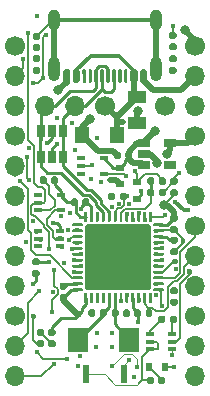
<source format=gbr>
%TF.GenerationSoftware,KiCad,Pcbnew,(5.1.6-0-10_14)*%
%TF.CreationDate,2022-02-28T20:49:00-06:00*%
%TF.ProjectId,Bonsai_C4,426f6e73-6169-45f4-9334-2e6b69636164,rev?*%
%TF.SameCoordinates,Original*%
%TF.FileFunction,Copper,L1,Top*%
%TF.FilePolarity,Positive*%
%FSLAX46Y46*%
G04 Gerber Fmt 4.6, Leading zero omitted, Abs format (unit mm)*
G04 Created by KiCad (PCBNEW (5.1.6-0-10_14)) date 2022-02-28 20:49:00*
%MOMM*%
%LPD*%
G01*
G04 APERTURE LIST*
%TA.AperFunction,ComponentPad*%
%ADD10O,1.000000X2.100000*%
%TD*%
%TA.AperFunction,ComponentPad*%
%ADD11O,1.000000X1.800000*%
%TD*%
%TA.AperFunction,SMDPad,CuDef*%
%ADD12R,0.550000X1.500000*%
%TD*%
%TA.AperFunction,ViaPad*%
%ADD13C,0.500000*%
%TD*%
%TA.AperFunction,ViaPad*%
%ADD14C,0.400000*%
%TD*%
%TA.AperFunction,ComponentPad*%
%ADD15C,1.700000*%
%TD*%
%TA.AperFunction,ComponentPad*%
%ADD16O,1.700000X1.700000*%
%TD*%
%TA.AperFunction,SMDPad,CuDef*%
%ADD17R,0.650000X1.060000*%
%TD*%
%TA.AperFunction,SMDPad,CuDef*%
%ADD18R,0.700000X0.600000*%
%TD*%
%TA.AperFunction,SMDPad,CuDef*%
%ADD19R,1.300000X1.400000*%
%TD*%
%TA.AperFunction,SMDPad,CuDef*%
%ADD20R,0.650000X0.400000*%
%TD*%
%TA.AperFunction,SMDPad,CuDef*%
%ADD21R,0.660000X0.300000*%
%TD*%
%TA.AperFunction,SMDPad,CuDef*%
%ADD22R,0.600000X0.700000*%
%TD*%
%TA.AperFunction,SMDPad,CuDef*%
%ADD23R,1.060000X0.650000*%
%TD*%
%TA.AperFunction,SMDPad,CuDef*%
%ADD24R,1.778000X2.032000*%
%TD*%
%TA.AperFunction,SMDPad,CuDef*%
%ADD25R,1.500000X1.000000*%
%TD*%
%TA.AperFunction,ViaPad*%
%ADD26C,0.800000*%
%TD*%
%TA.AperFunction,ViaPad*%
%ADD27C,0.450000*%
%TD*%
%TA.AperFunction,Conductor*%
%ADD28C,0.250000*%
%TD*%
%TA.AperFunction,Conductor*%
%ADD29C,0.127000*%
%TD*%
%TA.AperFunction,Conductor*%
%ADD30C,0.500000*%
%TD*%
%TA.AperFunction,Conductor*%
%ADD31C,0.100000*%
%TD*%
%TA.AperFunction,Conductor*%
%ADD32C,0.380000*%
%TD*%
%TA.AperFunction,Conductor*%
%ADD33C,0.190000*%
%TD*%
%TA.AperFunction,Conductor*%
%ADD34C,0.300000*%
%TD*%
%TA.AperFunction,Conductor*%
%ADD35C,0.220000*%
%TD*%
%TA.AperFunction,Conductor*%
%ADD36C,0.450000*%
%TD*%
%TA.AperFunction,Conductor*%
%ADD37C,0.350000*%
%TD*%
G04 APERTURE END LIST*
%TO.P,J3,B4*%
%TO.N,VBUS*%
%TA.AperFunction,SMDPad,CuDef*%
G36*
G01*
X105470000Y-102125000D02*
X105470000Y-102965000D01*
G75*
G02*
X105320000Y-103115000I-150000J0D01*
G01*
X105020000Y-103115000D01*
G75*
G02*
X104870000Y-102965000I0J150000D01*
G01*
X104870000Y-102125000D01*
G75*
G02*
X105020000Y-101975000I150000J0D01*
G01*
X105320000Y-101975000D01*
G75*
G02*
X105470000Y-102125000I0J-150000D01*
G01*
G37*
%TD.AperFunction*%
%TO.P,J3,B1*%
%TO.N,GND*%
%TA.AperFunction,SMDPad,CuDef*%
G36*
G01*
X104670000Y-102125000D02*
X104670000Y-102965000D01*
G75*
G02*
X104520000Y-103115000I-150000J0D01*
G01*
X104220000Y-103115000D01*
G75*
G02*
X104070000Y-102965000I0J150000D01*
G01*
X104070000Y-102125000D01*
G75*
G02*
X104220000Y-101975000I150000J0D01*
G01*
X104520000Y-101975000D01*
G75*
G02*
X104670000Y-102125000I0J-150000D01*
G01*
G37*
%TD.AperFunction*%
%TO.P,J3,A4*%
%TO.N,VBUS*%
%TA.AperFunction,SMDPad,CuDef*%
G36*
G01*
X110370000Y-102125000D02*
X110370000Y-102965000D01*
G75*
G02*
X110220000Y-103115000I-150000J0D01*
G01*
X109920000Y-103115000D01*
G75*
G02*
X109770000Y-102965000I0J150000D01*
G01*
X109770000Y-102125000D01*
G75*
G02*
X109920000Y-101975000I150000J0D01*
G01*
X110220000Y-101975000D01*
G75*
G02*
X110370000Y-102125000I0J-150000D01*
G01*
G37*
%TD.AperFunction*%
D10*
%TO.P,J3,S*%
%TO.N,Net-(FB1-Pad1)*%
X111940000Y-101975000D03*
%TO.P,J3,A7*%
%TO.N,/D-*%
%TA.AperFunction,SMDPad,CuDef*%
G36*
G01*
X107520000Y-102050000D02*
X107520000Y-103040000D01*
G75*
G02*
X107445000Y-103115000I-75000J0D01*
G01*
X107295000Y-103115000D01*
G75*
G02*
X107220000Y-103040000I0J75000D01*
G01*
X107220000Y-102050000D01*
G75*
G02*
X107295000Y-101975000I75000J0D01*
G01*
X107445000Y-101975000D01*
G75*
G02*
X107520000Y-102050000I0J-75000D01*
G01*
G37*
%TD.AperFunction*%
%TO.P,J3,B6*%
%TO.N,/D+*%
%TA.AperFunction,SMDPad,CuDef*%
G36*
G01*
X107020000Y-102050000D02*
X107020000Y-103040000D01*
G75*
G02*
X106945000Y-103115000I-75000J0D01*
G01*
X106795000Y-103115000D01*
G75*
G02*
X106720000Y-103040000I0J75000D01*
G01*
X106720000Y-102050000D01*
G75*
G02*
X106795000Y-101975000I75000J0D01*
G01*
X106945000Y-101975000D01*
G75*
G02*
X107020000Y-102050000I0J-75000D01*
G01*
G37*
%TD.AperFunction*%
%TO.P,J3,A8*%
%TO.N,Net-(J3-PadA8)*%
%TA.AperFunction,SMDPad,CuDef*%
G36*
G01*
X106520000Y-102050000D02*
X106520000Y-103040000D01*
G75*
G02*
X106445000Y-103115000I-75000J0D01*
G01*
X106295000Y-103115000D01*
G75*
G02*
X106220000Y-103040000I0J75000D01*
G01*
X106220000Y-102050000D01*
G75*
G02*
X106295000Y-101975000I75000J0D01*
G01*
X106445000Y-101975000D01*
G75*
G02*
X106520000Y-102050000I0J-75000D01*
G01*
G37*
%TD.AperFunction*%
%TO.P,J3,B5*%
%TO.N,Net-(J3-PadB5)*%
%TA.AperFunction,SMDPad,CuDef*%
G36*
G01*
X106020000Y-102050000D02*
X106020000Y-103040000D01*
G75*
G02*
X105945000Y-103115000I-75000J0D01*
G01*
X105795000Y-103115000D01*
G75*
G02*
X105720000Y-103040000I0J75000D01*
G01*
X105720000Y-102050000D01*
G75*
G02*
X105795000Y-101975000I75000J0D01*
G01*
X105945000Y-101975000D01*
G75*
G02*
X106020000Y-102050000I0J-75000D01*
G01*
G37*
%TD.AperFunction*%
%TO.P,J3,A6*%
%TO.N,/D+*%
%TA.AperFunction,SMDPad,CuDef*%
G36*
G01*
X108020000Y-102050000D02*
X108020000Y-103040000D01*
G75*
G02*
X107945000Y-103115000I-75000J0D01*
G01*
X107795000Y-103115000D01*
G75*
G02*
X107720000Y-103040000I0J75000D01*
G01*
X107720000Y-102050000D01*
G75*
G02*
X107795000Y-101975000I75000J0D01*
G01*
X107945000Y-101975000D01*
G75*
G02*
X108020000Y-102050000I0J-75000D01*
G01*
G37*
%TD.AperFunction*%
%TO.P,J3,B7*%
%TO.N,/D-*%
%TA.AperFunction,SMDPad,CuDef*%
G36*
G01*
X108520000Y-102050000D02*
X108520000Y-103040000D01*
G75*
G02*
X108445000Y-103115000I-75000J0D01*
G01*
X108295000Y-103115000D01*
G75*
G02*
X108220000Y-103040000I0J75000D01*
G01*
X108220000Y-102050000D01*
G75*
G02*
X108295000Y-101975000I75000J0D01*
G01*
X108445000Y-101975000D01*
G75*
G02*
X108520000Y-102050000I0J-75000D01*
G01*
G37*
%TD.AperFunction*%
%TO.P,J3,A5*%
%TO.N,Net-(J3-PadA5)*%
%TA.AperFunction,SMDPad,CuDef*%
G36*
G01*
X109020000Y-102050000D02*
X109020000Y-103040000D01*
G75*
G02*
X108945000Y-103115000I-75000J0D01*
G01*
X108795000Y-103115000D01*
G75*
G02*
X108720000Y-103040000I0J75000D01*
G01*
X108720000Y-102050000D01*
G75*
G02*
X108795000Y-101975000I75000J0D01*
G01*
X108945000Y-101975000D01*
G75*
G02*
X109020000Y-102050000I0J-75000D01*
G01*
G37*
%TD.AperFunction*%
%TO.P,J3,B8*%
%TO.N,Net-(J3-PadB8)*%
%TA.AperFunction,SMDPad,CuDef*%
G36*
G01*
X109520000Y-102050000D02*
X109520000Y-103040000D01*
G75*
G02*
X109445000Y-103115000I-75000J0D01*
G01*
X109295000Y-103115000D01*
G75*
G02*
X109220000Y-103040000I0J75000D01*
G01*
X109220000Y-102050000D01*
G75*
G02*
X109295000Y-101975000I75000J0D01*
G01*
X109445000Y-101975000D01*
G75*
G02*
X109520000Y-102050000I0J-75000D01*
G01*
G37*
%TD.AperFunction*%
%TO.P,J3,A1*%
%TO.N,GND*%
%TA.AperFunction,SMDPad,CuDef*%
G36*
G01*
X111170000Y-102130000D02*
X111170000Y-102960000D01*
G75*
G02*
X111020000Y-103110000I-150000J0D01*
G01*
X110720000Y-103110000D01*
G75*
G02*
X110570000Y-102960000I0J150000D01*
G01*
X110570000Y-102130000D01*
G75*
G02*
X110720000Y-101980000I150000J0D01*
G01*
X111020000Y-101980000D01*
G75*
G02*
X111170000Y-102130000I0J-150000D01*
G01*
G37*
%TD.AperFunction*%
D11*
%TO.P,J3,S*%
%TO.N,Net-(FB1-Pad1)*%
X111940000Y-97800000D03*
X103300000Y-97800000D03*
D10*
X103300000Y-101980000D03*
%TD*%
D12*
%TO.P,K1,2*%
%TO.N,/SwitchPin*%
X105995000Y-127780000D03*
%TO.P,K1,4*%
%TO.N,+3V3*%
X109245000Y-127780000D03*
%TD*%
%TO.P,U3,49*%
%TO.N,GND*%
%TA.AperFunction,SMDPad,CuDef*%
G36*
G01*
X111272000Y-120690000D02*
X106172000Y-120690000D01*
G75*
G02*
X105922000Y-120440000I0J250000D01*
G01*
X105922000Y-115340000D01*
G75*
G02*
X106172000Y-115090000I250000J0D01*
G01*
X111272000Y-115090000D01*
G75*
G02*
X111522000Y-115340000I0J-250000D01*
G01*
X111522000Y-120440000D01*
G75*
G02*
X111272000Y-120690000I-250000J0D01*
G01*
G37*
%TD.AperFunction*%
D13*
%TD*%
%TO.N,GND*%
%TO.C,U3*%
X106172000Y-120440000D03*
D14*
%TO.N,GND*%
%TO.C,U3*%
X106472000Y-117890000D03*
D13*
X106172000Y-115340000D03*
X107447000Y-119165000D03*
X107447000Y-116615000D03*
X108722000Y-120440000D03*
X108722000Y-117890000D03*
X108722000Y-115340000D03*
X109997000Y-119165000D03*
X109997000Y-116615000D03*
X111272000Y-120440000D03*
D14*
X111072000Y-117890000D03*
D13*
X111272000Y-115340000D03*
%TD*%
%TO.P,U3,1*%
%TO.N,+3V3*%
%TA.AperFunction,SMDPad,CuDef*%
G36*
G01*
X106034500Y-121765000D02*
X105909500Y-121765000D01*
G75*
G02*
X105847000Y-121702500I0J62500D01*
G01*
X105847000Y-120952500D01*
G75*
G02*
X105909500Y-120890000I62500J0D01*
G01*
X106034500Y-120890000D01*
G75*
G02*
X106097000Y-120952500I0J-62500D01*
G01*
X106097000Y-121702500D01*
G75*
G02*
X106034500Y-121765000I-62500J0D01*
G01*
G37*
%TD.AperFunction*%
%TO.P,U3,2*%
%TO.N,/C13*%
%TA.AperFunction,SMDPad,CuDef*%
G36*
G01*
X106534500Y-121765000D02*
X106409500Y-121765000D01*
G75*
G02*
X106347000Y-121702500I0J62500D01*
G01*
X106347000Y-120952500D01*
G75*
G02*
X106409500Y-120890000I62500J0D01*
G01*
X106534500Y-120890000D01*
G75*
G02*
X106597000Y-120952500I0J-62500D01*
G01*
X106597000Y-121702500D01*
G75*
G02*
X106534500Y-121765000I-62500J0D01*
G01*
G37*
%TD.AperFunction*%
%TO.P,U3,3*%
%TO.N,/C14*%
%TA.AperFunction,SMDPad,CuDef*%
G36*
G01*
X107034500Y-121765000D02*
X106909500Y-121765000D01*
G75*
G02*
X106847000Y-121702500I0J62500D01*
G01*
X106847000Y-120952500D01*
G75*
G02*
X106909500Y-120890000I62500J0D01*
G01*
X107034500Y-120890000D01*
G75*
G02*
X107097000Y-120952500I0J-62500D01*
G01*
X107097000Y-121702500D01*
G75*
G02*
X107034500Y-121765000I-62500J0D01*
G01*
G37*
%TD.AperFunction*%
%TO.P,U3,4*%
%TO.N,/C15*%
%TA.AperFunction,SMDPad,CuDef*%
G36*
G01*
X107534500Y-121765000D02*
X107409500Y-121765000D01*
G75*
G02*
X107347000Y-121702500I0J62500D01*
G01*
X107347000Y-120952500D01*
G75*
G02*
X107409500Y-120890000I62500J0D01*
G01*
X107534500Y-120890000D01*
G75*
G02*
X107597000Y-120952500I0J-62500D01*
G01*
X107597000Y-121702500D01*
G75*
G02*
X107534500Y-121765000I-62500J0D01*
G01*
G37*
%TD.AperFunction*%
%TO.P,U3,5*%
%TO.N,/F0*%
%TA.AperFunction,SMDPad,CuDef*%
G36*
G01*
X108034500Y-121765000D02*
X107909500Y-121765000D01*
G75*
G02*
X107847000Y-121702500I0J62500D01*
G01*
X107847000Y-120952500D01*
G75*
G02*
X107909500Y-120890000I62500J0D01*
G01*
X108034500Y-120890000D01*
G75*
G02*
X108097000Y-120952500I0J-62500D01*
G01*
X108097000Y-121702500D01*
G75*
G02*
X108034500Y-121765000I-62500J0D01*
G01*
G37*
%TD.AperFunction*%
%TO.P,U3,6*%
%TO.N,/F1*%
%TA.AperFunction,SMDPad,CuDef*%
G36*
G01*
X108534500Y-121765000D02*
X108409500Y-121765000D01*
G75*
G02*
X108347000Y-121702500I0J62500D01*
G01*
X108347000Y-120952500D01*
G75*
G02*
X108409500Y-120890000I62500J0D01*
G01*
X108534500Y-120890000D01*
G75*
G02*
X108597000Y-120952500I0J-62500D01*
G01*
X108597000Y-121702500D01*
G75*
G02*
X108534500Y-121765000I-62500J0D01*
G01*
G37*
%TD.AperFunction*%
%TO.P,U3,7*%
%TO.N,/NRST*%
%TA.AperFunction,SMDPad,CuDef*%
G36*
G01*
X109034500Y-121765000D02*
X108909500Y-121765000D01*
G75*
G02*
X108847000Y-121702500I0J62500D01*
G01*
X108847000Y-120952500D01*
G75*
G02*
X108909500Y-120890000I62500J0D01*
G01*
X109034500Y-120890000D01*
G75*
G02*
X109097000Y-120952500I0J-62500D01*
G01*
X109097000Y-121702500D01*
G75*
G02*
X109034500Y-121765000I-62500J0D01*
G01*
G37*
%TD.AperFunction*%
%TO.P,U3,8*%
%TO.N,GND*%
%TA.AperFunction,SMDPad,CuDef*%
G36*
G01*
X109534500Y-121765000D02*
X109409500Y-121765000D01*
G75*
G02*
X109347000Y-121702500I0J62500D01*
G01*
X109347000Y-120952500D01*
G75*
G02*
X109409500Y-120890000I62500J0D01*
G01*
X109534500Y-120890000D01*
G75*
G02*
X109597000Y-120952500I0J-62500D01*
G01*
X109597000Y-121702500D01*
G75*
G02*
X109534500Y-121765000I-62500J0D01*
G01*
G37*
%TD.AperFunction*%
%TO.P,U3,9*%
%TO.N,+3V3*%
%TA.AperFunction,SMDPad,CuDef*%
G36*
G01*
X110034500Y-121765000D02*
X109909500Y-121765000D01*
G75*
G02*
X109847000Y-121702500I0J62500D01*
G01*
X109847000Y-120952500D01*
G75*
G02*
X109909500Y-120890000I62500J0D01*
G01*
X110034500Y-120890000D01*
G75*
G02*
X110097000Y-120952500I0J-62500D01*
G01*
X110097000Y-121702500D01*
G75*
G02*
X110034500Y-121765000I-62500J0D01*
G01*
G37*
%TD.AperFunction*%
%TO.P,U3,10*%
%TO.N,/A0_FRAM_CS*%
%TA.AperFunction,SMDPad,CuDef*%
G36*
G01*
X110534500Y-121765000D02*
X110409500Y-121765000D01*
G75*
G02*
X110347000Y-121702500I0J62500D01*
G01*
X110347000Y-120952500D01*
G75*
G02*
X110409500Y-120890000I62500J0D01*
G01*
X110534500Y-120890000D01*
G75*
G02*
X110597000Y-120952500I0J-62500D01*
G01*
X110597000Y-121702500D01*
G75*
G02*
X110534500Y-121765000I-62500J0D01*
G01*
G37*
%TD.AperFunction*%
%TO.P,U3,11*%
%TO.N,/A1*%
%TA.AperFunction,SMDPad,CuDef*%
G36*
G01*
X111034500Y-121765000D02*
X110909500Y-121765000D01*
G75*
G02*
X110847000Y-121702500I0J62500D01*
G01*
X110847000Y-120952500D01*
G75*
G02*
X110909500Y-120890000I62500J0D01*
G01*
X111034500Y-120890000D01*
G75*
G02*
X111097000Y-120952500I0J-62500D01*
G01*
X111097000Y-121702500D01*
G75*
G02*
X111034500Y-121765000I-62500J0D01*
G01*
G37*
%TD.AperFunction*%
%TO.P,U3,12*%
%TO.N,/A2*%
%TA.AperFunction,SMDPad,CuDef*%
G36*
G01*
X111534500Y-121765000D02*
X111409500Y-121765000D01*
G75*
G02*
X111347000Y-121702500I0J62500D01*
G01*
X111347000Y-120952500D01*
G75*
G02*
X111409500Y-120890000I62500J0D01*
G01*
X111534500Y-120890000D01*
G75*
G02*
X111597000Y-120952500I0J-62500D01*
G01*
X111597000Y-121702500D01*
G75*
G02*
X111534500Y-121765000I-62500J0D01*
G01*
G37*
%TD.AperFunction*%
%TO.P,U3,13*%
%TO.N,/A3*%
%TA.AperFunction,SMDPad,CuDef*%
G36*
G01*
X112534500Y-120765000D02*
X111784500Y-120765000D01*
G75*
G02*
X111722000Y-120702500I0J62500D01*
G01*
X111722000Y-120577500D01*
G75*
G02*
X111784500Y-120515000I62500J0D01*
G01*
X112534500Y-120515000D01*
G75*
G02*
X112597000Y-120577500I0J-62500D01*
G01*
X112597000Y-120702500D01*
G75*
G02*
X112534500Y-120765000I-62500J0D01*
G01*
G37*
%TD.AperFunction*%
%TO.P,U3,14*%
%TO.N,/A4*%
%TA.AperFunction,SMDPad,CuDef*%
G36*
G01*
X112534500Y-120265000D02*
X111784500Y-120265000D01*
G75*
G02*
X111722000Y-120202500I0J62500D01*
G01*
X111722000Y-120077500D01*
G75*
G02*
X111784500Y-120015000I62500J0D01*
G01*
X112534500Y-120015000D01*
G75*
G02*
X112597000Y-120077500I0J-62500D01*
G01*
X112597000Y-120202500D01*
G75*
G02*
X112534500Y-120265000I-62500J0D01*
G01*
G37*
%TD.AperFunction*%
%TO.P,U3,15*%
%TO.N,/A5*%
%TA.AperFunction,SMDPad,CuDef*%
G36*
G01*
X112534500Y-119765000D02*
X111784500Y-119765000D01*
G75*
G02*
X111722000Y-119702500I0J62500D01*
G01*
X111722000Y-119577500D01*
G75*
G02*
X111784500Y-119515000I62500J0D01*
G01*
X112534500Y-119515000D01*
G75*
G02*
X112597000Y-119577500I0J-62500D01*
G01*
X112597000Y-119702500D01*
G75*
G02*
X112534500Y-119765000I-62500J0D01*
G01*
G37*
%TD.AperFunction*%
%TO.P,U3,16*%
%TO.N,/A6*%
%TA.AperFunction,SMDPad,CuDef*%
G36*
G01*
X112534500Y-119265000D02*
X111784500Y-119265000D01*
G75*
G02*
X111722000Y-119202500I0J62500D01*
G01*
X111722000Y-119077500D01*
G75*
G02*
X111784500Y-119015000I62500J0D01*
G01*
X112534500Y-119015000D01*
G75*
G02*
X112597000Y-119077500I0J-62500D01*
G01*
X112597000Y-119202500D01*
G75*
G02*
X112534500Y-119265000I-62500J0D01*
G01*
G37*
%TD.AperFunction*%
%TO.P,U3,17*%
%TO.N,/A7*%
%TA.AperFunction,SMDPad,CuDef*%
G36*
G01*
X112534500Y-118765000D02*
X111784500Y-118765000D01*
G75*
G02*
X111722000Y-118702500I0J62500D01*
G01*
X111722000Y-118577500D01*
G75*
G02*
X111784500Y-118515000I62500J0D01*
G01*
X112534500Y-118515000D01*
G75*
G02*
X112597000Y-118577500I0J-62500D01*
G01*
X112597000Y-118702500D01*
G75*
G02*
X112534500Y-118765000I-62500J0D01*
G01*
G37*
%TD.AperFunction*%
%TO.P,U3,18*%
%TO.N,/B0*%
%TA.AperFunction,SMDPad,CuDef*%
G36*
G01*
X112534500Y-118265000D02*
X111784500Y-118265000D01*
G75*
G02*
X111722000Y-118202500I0J62500D01*
G01*
X111722000Y-118077500D01*
G75*
G02*
X111784500Y-118015000I62500J0D01*
G01*
X112534500Y-118015000D01*
G75*
G02*
X112597000Y-118077500I0J-62500D01*
G01*
X112597000Y-118202500D01*
G75*
G02*
X112534500Y-118265000I-62500J0D01*
G01*
G37*
%TD.AperFunction*%
%TO.P,U3,19*%
%TO.N,/B1*%
%TA.AperFunction,SMDPad,CuDef*%
G36*
G01*
X112534500Y-117765000D02*
X111784500Y-117765000D01*
G75*
G02*
X111722000Y-117702500I0J62500D01*
G01*
X111722000Y-117577500D01*
G75*
G02*
X111784500Y-117515000I62500J0D01*
G01*
X112534500Y-117515000D01*
G75*
G02*
X112597000Y-117577500I0J-62500D01*
G01*
X112597000Y-117702500D01*
G75*
G02*
X112534500Y-117765000I-62500J0D01*
G01*
G37*
%TD.AperFunction*%
%TO.P,U3,20*%
%TO.N,/B2*%
%TA.AperFunction,SMDPad,CuDef*%
G36*
G01*
X112534500Y-117265000D02*
X111784500Y-117265000D01*
G75*
G02*
X111722000Y-117202500I0J62500D01*
G01*
X111722000Y-117077500D01*
G75*
G02*
X111784500Y-117015000I62500J0D01*
G01*
X112534500Y-117015000D01*
G75*
G02*
X112597000Y-117077500I0J-62500D01*
G01*
X112597000Y-117202500D01*
G75*
G02*
X112534500Y-117265000I-62500J0D01*
G01*
G37*
%TD.AperFunction*%
%TO.P,U3,21*%
%TO.N,/B10*%
%TA.AperFunction,SMDPad,CuDef*%
G36*
G01*
X112534500Y-116765000D02*
X111784500Y-116765000D01*
G75*
G02*
X111722000Y-116702500I0J62500D01*
G01*
X111722000Y-116577500D01*
G75*
G02*
X111784500Y-116515000I62500J0D01*
G01*
X112534500Y-116515000D01*
G75*
G02*
X112597000Y-116577500I0J-62500D01*
G01*
X112597000Y-116702500D01*
G75*
G02*
X112534500Y-116765000I-62500J0D01*
G01*
G37*
%TD.AperFunction*%
%TO.P,U3,22*%
%TO.N,/VCAP_1*%
%TA.AperFunction,SMDPad,CuDef*%
G36*
G01*
X112534500Y-116265000D02*
X111784500Y-116265000D01*
G75*
G02*
X111722000Y-116202500I0J62500D01*
G01*
X111722000Y-116077500D01*
G75*
G02*
X111784500Y-116015000I62500J0D01*
G01*
X112534500Y-116015000D01*
G75*
G02*
X112597000Y-116077500I0J-62500D01*
G01*
X112597000Y-116202500D01*
G75*
G02*
X112534500Y-116265000I-62500J0D01*
G01*
G37*
%TD.AperFunction*%
%TO.P,U3,23*%
%TO.N,GND*%
%TA.AperFunction,SMDPad,CuDef*%
G36*
G01*
X112534500Y-115765000D02*
X111784500Y-115765000D01*
G75*
G02*
X111722000Y-115702500I0J62500D01*
G01*
X111722000Y-115577500D01*
G75*
G02*
X111784500Y-115515000I62500J0D01*
G01*
X112534500Y-115515000D01*
G75*
G02*
X112597000Y-115577500I0J-62500D01*
G01*
X112597000Y-115702500D01*
G75*
G02*
X112534500Y-115765000I-62500J0D01*
G01*
G37*
%TD.AperFunction*%
%TO.P,U3,24*%
%TO.N,+3V3*%
%TA.AperFunction,SMDPad,CuDef*%
G36*
G01*
X112534500Y-115265000D02*
X111784500Y-115265000D01*
G75*
G02*
X111722000Y-115202500I0J62500D01*
G01*
X111722000Y-115077500D01*
G75*
G02*
X111784500Y-115015000I62500J0D01*
G01*
X112534500Y-115015000D01*
G75*
G02*
X112597000Y-115077500I0J-62500D01*
G01*
X112597000Y-115202500D01*
G75*
G02*
X112534500Y-115265000I-62500J0D01*
G01*
G37*
%TD.AperFunction*%
%TO.P,U3,25*%
%TO.N,/B12_FLASH_CS*%
%TA.AperFunction,SMDPad,CuDef*%
G36*
G01*
X111534500Y-114890000D02*
X111409500Y-114890000D01*
G75*
G02*
X111347000Y-114827500I0J62500D01*
G01*
X111347000Y-114077500D01*
G75*
G02*
X111409500Y-114015000I62500J0D01*
G01*
X111534500Y-114015000D01*
G75*
G02*
X111597000Y-114077500I0J-62500D01*
G01*
X111597000Y-114827500D01*
G75*
G02*
X111534500Y-114890000I-62500J0D01*
G01*
G37*
%TD.AperFunction*%
%TO.P,U3,26*%
%TO.N,/B13*%
%TA.AperFunction,SMDPad,CuDef*%
G36*
G01*
X111034500Y-114890000D02*
X110909500Y-114890000D01*
G75*
G02*
X110847000Y-114827500I0J62500D01*
G01*
X110847000Y-114077500D01*
G75*
G02*
X110909500Y-114015000I62500J0D01*
G01*
X111034500Y-114015000D01*
G75*
G02*
X111097000Y-114077500I0J-62500D01*
G01*
X111097000Y-114827500D01*
G75*
G02*
X111034500Y-114890000I-62500J0D01*
G01*
G37*
%TD.AperFunction*%
%TO.P,U3,27*%
%TO.N,/B14*%
%TA.AperFunction,SMDPad,CuDef*%
G36*
G01*
X110534500Y-114890000D02*
X110409500Y-114890000D01*
G75*
G02*
X110347000Y-114827500I0J62500D01*
G01*
X110347000Y-114077500D01*
G75*
G02*
X110409500Y-114015000I62500J0D01*
G01*
X110534500Y-114015000D01*
G75*
G02*
X110597000Y-114077500I0J-62500D01*
G01*
X110597000Y-114827500D01*
G75*
G02*
X110534500Y-114890000I-62500J0D01*
G01*
G37*
%TD.AperFunction*%
%TO.P,U3,28*%
%TO.N,/B15*%
%TA.AperFunction,SMDPad,CuDef*%
G36*
G01*
X110034500Y-114890000D02*
X109909500Y-114890000D01*
G75*
G02*
X109847000Y-114827500I0J62500D01*
G01*
X109847000Y-114077500D01*
G75*
G02*
X109909500Y-114015000I62500J0D01*
G01*
X110034500Y-114015000D01*
G75*
G02*
X110097000Y-114077500I0J-62500D01*
G01*
X110097000Y-114827500D01*
G75*
G02*
X110034500Y-114890000I-62500J0D01*
G01*
G37*
%TD.AperFunction*%
%TO.P,U3,29*%
%TO.N,/A8*%
%TA.AperFunction,SMDPad,CuDef*%
G36*
G01*
X109534500Y-114890000D02*
X109409500Y-114890000D01*
G75*
G02*
X109347000Y-114827500I0J62500D01*
G01*
X109347000Y-114077500D01*
G75*
G02*
X109409500Y-114015000I62500J0D01*
G01*
X109534500Y-114015000D01*
G75*
G02*
X109597000Y-114077500I0J-62500D01*
G01*
X109597000Y-114827500D01*
G75*
G02*
X109534500Y-114890000I-62500J0D01*
G01*
G37*
%TD.AperFunction*%
%TO.P,U3,30*%
%TO.N,/VBUS_DET*%
%TA.AperFunction,SMDPad,CuDef*%
G36*
G01*
X109034500Y-114890000D02*
X108909500Y-114890000D01*
G75*
G02*
X108847000Y-114827500I0J62500D01*
G01*
X108847000Y-114077500D01*
G75*
G02*
X108909500Y-114015000I62500J0D01*
G01*
X109034500Y-114015000D01*
G75*
G02*
X109097000Y-114077500I0J-62500D01*
G01*
X109097000Y-114827500D01*
G75*
G02*
X109034500Y-114890000I-62500J0D01*
G01*
G37*
%TD.AperFunction*%
%TO.P,U3,31*%
%TO.N,/A10*%
%TA.AperFunction,SMDPad,CuDef*%
G36*
G01*
X108534500Y-114890000D02*
X108409500Y-114890000D01*
G75*
G02*
X108347000Y-114827500I0J62500D01*
G01*
X108347000Y-114077500D01*
G75*
G02*
X108409500Y-114015000I62500J0D01*
G01*
X108534500Y-114015000D01*
G75*
G02*
X108597000Y-114077500I0J-62500D01*
G01*
X108597000Y-114827500D01*
G75*
G02*
X108534500Y-114890000I-62500J0D01*
G01*
G37*
%TD.AperFunction*%
%TO.P,U3,32*%
%TO.N,/D-*%
%TA.AperFunction,SMDPad,CuDef*%
G36*
G01*
X108034500Y-114890000D02*
X107909500Y-114890000D01*
G75*
G02*
X107847000Y-114827500I0J62500D01*
G01*
X107847000Y-114077500D01*
G75*
G02*
X107909500Y-114015000I62500J0D01*
G01*
X108034500Y-114015000D01*
G75*
G02*
X108097000Y-114077500I0J-62500D01*
G01*
X108097000Y-114827500D01*
G75*
G02*
X108034500Y-114890000I-62500J0D01*
G01*
G37*
%TD.AperFunction*%
%TO.P,U3,33*%
%TO.N,/D+*%
%TA.AperFunction,SMDPad,CuDef*%
G36*
G01*
X107534500Y-114890000D02*
X107409500Y-114890000D01*
G75*
G02*
X107347000Y-114827500I0J62500D01*
G01*
X107347000Y-114077500D01*
G75*
G02*
X107409500Y-114015000I62500J0D01*
G01*
X107534500Y-114015000D01*
G75*
G02*
X107597000Y-114077500I0J-62500D01*
G01*
X107597000Y-114827500D01*
G75*
G02*
X107534500Y-114890000I-62500J0D01*
G01*
G37*
%TD.AperFunction*%
%TO.P,U3,34*%
%TO.N,/A13*%
%TA.AperFunction,SMDPad,CuDef*%
G36*
G01*
X107034500Y-114890000D02*
X106909500Y-114890000D01*
G75*
G02*
X106847000Y-114827500I0J62500D01*
G01*
X106847000Y-114077500D01*
G75*
G02*
X106909500Y-114015000I62500J0D01*
G01*
X107034500Y-114015000D01*
G75*
G02*
X107097000Y-114077500I0J-62500D01*
G01*
X107097000Y-114827500D01*
G75*
G02*
X107034500Y-114890000I-62500J0D01*
G01*
G37*
%TD.AperFunction*%
%TO.P,U3,35*%
%TO.N,GND*%
%TA.AperFunction,SMDPad,CuDef*%
G36*
G01*
X106534500Y-114890000D02*
X106409500Y-114890000D01*
G75*
G02*
X106347000Y-114827500I0J62500D01*
G01*
X106347000Y-114077500D01*
G75*
G02*
X106409500Y-114015000I62500J0D01*
G01*
X106534500Y-114015000D01*
G75*
G02*
X106597000Y-114077500I0J-62500D01*
G01*
X106597000Y-114827500D01*
G75*
G02*
X106534500Y-114890000I-62500J0D01*
G01*
G37*
%TD.AperFunction*%
%TO.P,U3,36*%
%TO.N,+3V3*%
%TA.AperFunction,SMDPad,CuDef*%
G36*
G01*
X106034500Y-114890000D02*
X105909500Y-114890000D01*
G75*
G02*
X105847000Y-114827500I0J62500D01*
G01*
X105847000Y-114077500D01*
G75*
G02*
X105909500Y-114015000I62500J0D01*
G01*
X106034500Y-114015000D01*
G75*
G02*
X106097000Y-114077500I0J-62500D01*
G01*
X106097000Y-114827500D01*
G75*
G02*
X106034500Y-114890000I-62500J0D01*
G01*
G37*
%TD.AperFunction*%
%TO.P,U3,37*%
%TO.N,/A14*%
%TA.AperFunction,SMDPad,CuDef*%
G36*
G01*
X105659500Y-115265000D02*
X104909500Y-115265000D01*
G75*
G02*
X104847000Y-115202500I0J62500D01*
G01*
X104847000Y-115077500D01*
G75*
G02*
X104909500Y-115015000I62500J0D01*
G01*
X105659500Y-115015000D01*
G75*
G02*
X105722000Y-115077500I0J-62500D01*
G01*
X105722000Y-115202500D01*
G75*
G02*
X105659500Y-115265000I-62500J0D01*
G01*
G37*
%TD.AperFunction*%
%TO.P,U3,38*%
%TO.N,/A15*%
%TA.AperFunction,SMDPad,CuDef*%
G36*
G01*
X105659500Y-115765000D02*
X104909500Y-115765000D01*
G75*
G02*
X104847000Y-115702500I0J62500D01*
G01*
X104847000Y-115577500D01*
G75*
G02*
X104909500Y-115515000I62500J0D01*
G01*
X105659500Y-115515000D01*
G75*
G02*
X105722000Y-115577500I0J-62500D01*
G01*
X105722000Y-115702500D01*
G75*
G02*
X105659500Y-115765000I-62500J0D01*
G01*
G37*
%TD.AperFunction*%
%TO.P,U3,39*%
%TO.N,/B3_SCK*%
%TA.AperFunction,SMDPad,CuDef*%
G36*
G01*
X105659500Y-116265000D02*
X104909500Y-116265000D01*
G75*
G02*
X104847000Y-116202500I0J62500D01*
G01*
X104847000Y-116077500D01*
G75*
G02*
X104909500Y-116015000I62500J0D01*
G01*
X105659500Y-116015000D01*
G75*
G02*
X105722000Y-116077500I0J-62500D01*
G01*
X105722000Y-116202500D01*
G75*
G02*
X105659500Y-116265000I-62500J0D01*
G01*
G37*
%TD.AperFunction*%
%TO.P,U3,40*%
%TO.N,/B4_MISO*%
%TA.AperFunction,SMDPad,CuDef*%
G36*
G01*
X105659500Y-116765000D02*
X104909500Y-116765000D01*
G75*
G02*
X104847000Y-116702500I0J62500D01*
G01*
X104847000Y-116577500D01*
G75*
G02*
X104909500Y-116515000I62500J0D01*
G01*
X105659500Y-116515000D01*
G75*
G02*
X105722000Y-116577500I0J-62500D01*
G01*
X105722000Y-116702500D01*
G75*
G02*
X105659500Y-116765000I-62500J0D01*
G01*
G37*
%TD.AperFunction*%
%TO.P,U3,41*%
%TO.N,/B5_MOSI*%
%TA.AperFunction,SMDPad,CuDef*%
G36*
G01*
X105659500Y-117265000D02*
X104909500Y-117265000D01*
G75*
G02*
X104847000Y-117202500I0J62500D01*
G01*
X104847000Y-117077500D01*
G75*
G02*
X104909500Y-117015000I62500J0D01*
G01*
X105659500Y-117015000D01*
G75*
G02*
X105722000Y-117077500I0J-62500D01*
G01*
X105722000Y-117202500D01*
G75*
G02*
X105659500Y-117265000I-62500J0D01*
G01*
G37*
%TD.AperFunction*%
%TO.P,U3,42*%
%TO.N,/B6*%
%TA.AperFunction,SMDPad,CuDef*%
G36*
G01*
X105659500Y-117765000D02*
X104909500Y-117765000D01*
G75*
G02*
X104847000Y-117702500I0J62500D01*
G01*
X104847000Y-117577500D01*
G75*
G02*
X104909500Y-117515000I62500J0D01*
G01*
X105659500Y-117515000D01*
G75*
G02*
X105722000Y-117577500I0J-62500D01*
G01*
X105722000Y-117702500D01*
G75*
G02*
X105659500Y-117765000I-62500J0D01*
G01*
G37*
%TD.AperFunction*%
%TO.P,U3,43*%
%TO.N,/B7*%
%TA.AperFunction,SMDPad,CuDef*%
G36*
G01*
X105659500Y-118265000D02*
X104909500Y-118265000D01*
G75*
G02*
X104847000Y-118202500I0J62500D01*
G01*
X104847000Y-118077500D01*
G75*
G02*
X104909500Y-118015000I62500J0D01*
G01*
X105659500Y-118015000D01*
G75*
G02*
X105722000Y-118077500I0J-62500D01*
G01*
X105722000Y-118202500D01*
G75*
G02*
X105659500Y-118265000I-62500J0D01*
G01*
G37*
%TD.AperFunction*%
%TO.P,U3,44*%
%TO.N,/BOOT0*%
%TA.AperFunction,SMDPad,CuDef*%
G36*
G01*
X105659500Y-118765000D02*
X104909500Y-118765000D01*
G75*
G02*
X104847000Y-118702500I0J62500D01*
G01*
X104847000Y-118577500D01*
G75*
G02*
X104909500Y-118515000I62500J0D01*
G01*
X105659500Y-118515000D01*
G75*
G02*
X105722000Y-118577500I0J-62500D01*
G01*
X105722000Y-118702500D01*
G75*
G02*
X105659500Y-118765000I-62500J0D01*
G01*
G37*
%TD.AperFunction*%
%TO.P,U3,45*%
%TO.N,/B8*%
%TA.AperFunction,SMDPad,CuDef*%
G36*
G01*
X105659500Y-119265000D02*
X104909500Y-119265000D01*
G75*
G02*
X104847000Y-119202500I0J62500D01*
G01*
X104847000Y-119077500D01*
G75*
G02*
X104909500Y-119015000I62500J0D01*
G01*
X105659500Y-119015000D01*
G75*
G02*
X105722000Y-119077500I0J-62500D01*
G01*
X105722000Y-119202500D01*
G75*
G02*
X105659500Y-119265000I-62500J0D01*
G01*
G37*
%TD.AperFunction*%
%TO.P,U3,46*%
%TO.N,/B9*%
%TA.AperFunction,SMDPad,CuDef*%
G36*
G01*
X105659500Y-119765000D02*
X104909500Y-119765000D01*
G75*
G02*
X104847000Y-119702500I0J62500D01*
G01*
X104847000Y-119577500D01*
G75*
G02*
X104909500Y-119515000I62500J0D01*
G01*
X105659500Y-119515000D01*
G75*
G02*
X105722000Y-119577500I0J-62500D01*
G01*
X105722000Y-119702500D01*
G75*
G02*
X105659500Y-119765000I-62500J0D01*
G01*
G37*
%TD.AperFunction*%
%TO.P,U3,47*%
%TO.N,GND*%
%TA.AperFunction,SMDPad,CuDef*%
G36*
G01*
X105659500Y-120265000D02*
X104909500Y-120265000D01*
G75*
G02*
X104847000Y-120202500I0J62500D01*
G01*
X104847000Y-120077500D01*
G75*
G02*
X104909500Y-120015000I62500J0D01*
G01*
X105659500Y-120015000D01*
G75*
G02*
X105722000Y-120077500I0J-62500D01*
G01*
X105722000Y-120202500D01*
G75*
G02*
X105659500Y-120265000I-62500J0D01*
G01*
G37*
%TD.AperFunction*%
%TO.P,U3,48*%
%TO.N,+3V3*%
%TA.AperFunction,SMDPad,CuDef*%
G36*
G01*
X105659500Y-120765000D02*
X104909500Y-120765000D01*
G75*
G02*
X104847000Y-120702500I0J62500D01*
G01*
X104847000Y-120577500D01*
G75*
G02*
X104909500Y-120515000I62500J0D01*
G01*
X105659500Y-120515000D01*
G75*
G02*
X105722000Y-120577500I0J-62500D01*
G01*
X105722000Y-120702500D01*
G75*
G02*
X105659500Y-120765000I-62500J0D01*
G01*
G37*
%TD.AperFunction*%
%TD*%
D15*
%TO.P,J4,1*%
%TO.N,/PD3*%
X100000000Y-100000000D03*
D16*
%TO.P,J4,2*%
%TO.N,/PD2*%
X100000000Y-102540000D03*
%TO.P,J4,3*%
%TO.N,GND*%
X100000000Y-105080000D03*
%TO.P,J4,6*%
%TO.N,/PD0*%
X100000000Y-112700000D03*
%TO.P,J4,5*%
%TO.N,/PD1*%
X100000000Y-110160000D03*
D15*
%TO.P,J4,4*%
%TO.N,GND*%
X100000000Y-107620000D03*
%TO.P,J4,10*%
%TO.N,/B10*%
X100000000Y-122860000D03*
D16*
%TO.P,J4,8*%
%TO.N,/B8*%
X100000000Y-117780000D03*
D15*
%TO.P,J4,7*%
%TO.N,/A4*%
X100000000Y-115240000D03*
D16*
%TO.P,J4,11*%
%TO.N,/A8*%
X100000000Y-125400000D03*
%TO.P,J4,12*%
%TO.N,/B0*%
X100000000Y-127940000D03*
%TO.P,J4,9*%
%TO.N,/A3*%
X100000000Y-120320000D03*
%TD*%
D15*
%TO.P,J5,1*%
%TO.N,+5V*%
X115240000Y-100000000D03*
D16*
%TO.P,J5,2*%
%TO.N,GND*%
X115240000Y-102540000D03*
%TO.P,J5,3*%
%TO.N,/DFU*%
X115240000Y-105080000D03*
%TO.P,J5,6*%
%TO.N,/A6*%
X115240000Y-112700000D03*
%TO.P,J5,5*%
%TO.N,/A7*%
X115240000Y-110160000D03*
D15*
%TO.P,J5,4*%
%TO.N,+3V3*%
X115240000Y-107620000D03*
%TO.P,J5,10*%
%TO.N,/B14*%
X115240000Y-122860000D03*
D16*
%TO.P,J5,8*%
%TO.N,/A1*%
X115240000Y-117780000D03*
D15*
%TO.P,J5,7*%
%TO.N,/A5*%
X115240000Y-115240000D03*
D16*
%TO.P,J5,11*%
%TO.N,/B15*%
X115240000Y-125400000D03*
%TO.P,J5,12*%
%TO.N,/B1*%
X115240000Y-127940000D03*
%TO.P,J5,9*%
%TO.N,/B13*%
X115240000Y-120320000D03*
%TD*%
%TO.P,J1,3*%
%TO.N,/D+*%
X102540000Y-105080000D03*
%TO.P,J1,2*%
%TO.N,/D-*%
X105080000Y-105080000D03*
D15*
%TO.P,J1,1*%
%TO.N,VBUS*%
X107620000Y-105080000D03*
%TD*%
%TO.P,J2,1*%
%TO.N,/A10_5V*%
X112680000Y-105120000D03*
%TD*%
%TO.P,C11,2*%
%TO.N,GND*%
%TA.AperFunction,SMDPad,CuDef*%
G36*
G01*
X102678000Y-111195500D02*
X102678000Y-111540500D01*
G75*
G02*
X102530500Y-111688000I-147500J0D01*
G01*
X102235500Y-111688000D01*
G75*
G02*
X102088000Y-111540500I0J147500D01*
G01*
X102088000Y-111195500D01*
G75*
G02*
X102235500Y-111048000I147500J0D01*
G01*
X102530500Y-111048000D01*
G75*
G02*
X102678000Y-111195500I0J-147500D01*
G01*
G37*
%TD.AperFunction*%
%TO.P,C11,1*%
%TO.N,+3V3*%
%TA.AperFunction,SMDPad,CuDef*%
G36*
G01*
X103648000Y-111195500D02*
X103648000Y-111540500D01*
G75*
G02*
X103500500Y-111688000I-147500J0D01*
G01*
X103205500Y-111688000D01*
G75*
G02*
X103058000Y-111540500I0J147500D01*
G01*
X103058000Y-111195500D01*
G75*
G02*
X103205500Y-111048000I147500J0D01*
G01*
X103500500Y-111048000D01*
G75*
G02*
X103648000Y-111195500I0J-147500D01*
G01*
G37*
%TD.AperFunction*%
%TD*%
D17*
%TO.P,U2,5*%
%TO.N,Net-(D5-Pad1)*%
X103114000Y-109412000D03*
%TO.P,U2,6*%
%TO.N,/D-*%
X104064000Y-109412000D03*
%TO.P,U2,4*%
%TO.N,/D+*%
X102164000Y-109412000D03*
%TO.P,U2,3*%
X102164000Y-107212000D03*
%TO.P,U2,2*%
%TO.N,GND*%
X103114000Y-107212000D03*
%TO.P,U2,1*%
%TO.N,/D-*%
X104064000Y-107212000D03*
%TD*%
%TO.P,R9,2*%
%TO.N,/B2*%
%TA.AperFunction,SMDPad,CuDef*%
G36*
G01*
X113626500Y-121018000D02*
X113281500Y-121018000D01*
G75*
G02*
X113134000Y-120870500I0J147500D01*
G01*
X113134000Y-120575500D01*
G75*
G02*
X113281500Y-120428000I147500J0D01*
G01*
X113626500Y-120428000D01*
G75*
G02*
X113774000Y-120575500I0J-147500D01*
G01*
X113774000Y-120870500D01*
G75*
G02*
X113626500Y-121018000I-147500J0D01*
G01*
G37*
%TD.AperFunction*%
%TO.P,R9,1*%
%TO.N,Net-(Q2-Pad6)*%
%TA.AperFunction,SMDPad,CuDef*%
G36*
G01*
X113626500Y-121988000D02*
X113281500Y-121988000D01*
G75*
G02*
X113134000Y-121840500I0J147500D01*
G01*
X113134000Y-121545500D01*
G75*
G02*
X113281500Y-121398000I147500J0D01*
G01*
X113626500Y-121398000D01*
G75*
G02*
X113774000Y-121545500I0J-147500D01*
G01*
X113774000Y-121840500D01*
G75*
G02*
X113626500Y-121988000I-147500J0D01*
G01*
G37*
%TD.AperFunction*%
%TD*%
%TO.P,R8,2*%
%TO.N,/A10*%
%TA.AperFunction,SMDPad,CuDef*%
G36*
G01*
X108863000Y-112922500D02*
X108863000Y-112577500D01*
G75*
G02*
X109010500Y-112430000I147500J0D01*
G01*
X109305500Y-112430000D01*
G75*
G02*
X109453000Y-112577500I0J-147500D01*
G01*
X109453000Y-112922500D01*
G75*
G02*
X109305500Y-113070000I-147500J0D01*
G01*
X109010500Y-113070000D01*
G75*
G02*
X108863000Y-112922500I0J147500D01*
G01*
G37*
%TD.AperFunction*%
%TO.P,R8,1*%
%TO.N,+3V3*%
%TA.AperFunction,SMDPad,CuDef*%
G36*
G01*
X107893000Y-112922500D02*
X107893000Y-112577500D01*
G75*
G02*
X108040500Y-112430000I147500J0D01*
G01*
X108335500Y-112430000D01*
G75*
G02*
X108483000Y-112577500I0J-147500D01*
G01*
X108483000Y-112922500D01*
G75*
G02*
X108335500Y-113070000I-147500J0D01*
G01*
X108040500Y-113070000D01*
G75*
G02*
X107893000Y-112922500I0J147500D01*
G01*
G37*
%TD.AperFunction*%
%TD*%
D18*
%TO.P,D5,2*%
%TO.N,VBUS*%
X110330000Y-111530000D03*
%TO.P,D5,1*%
%TO.N,Net-(D5-Pad1)*%
X110330000Y-112930000D03*
%TD*%
D19*
%TO.P,D4,2*%
%TO.N,GND*%
X105691000Y-107561000D03*
%TO.P,D4,1*%
%TO.N,VBUS*%
X108591000Y-107561000D03*
%TD*%
%TO.P,C6,1*%
%TO.N,+3V3*%
%TA.AperFunction,SMDPad,CuDef*%
G36*
G01*
X113634500Y-112731000D02*
X113289500Y-112731000D01*
G75*
G02*
X113142000Y-112583500I0J147500D01*
G01*
X113142000Y-112288500D01*
G75*
G02*
X113289500Y-112141000I147500J0D01*
G01*
X113634500Y-112141000D01*
G75*
G02*
X113782000Y-112288500I0J-147500D01*
G01*
X113782000Y-112583500D01*
G75*
G02*
X113634500Y-112731000I-147500J0D01*
G01*
G37*
%TD.AperFunction*%
%TO.P,C6,2*%
%TO.N,GND*%
%TA.AperFunction,SMDPad,CuDef*%
G36*
G01*
X113634500Y-111761000D02*
X113289500Y-111761000D01*
G75*
G02*
X113142000Y-111613500I0J147500D01*
G01*
X113142000Y-111318500D01*
G75*
G02*
X113289500Y-111171000I147500J0D01*
G01*
X113634500Y-111171000D01*
G75*
G02*
X113782000Y-111318500I0J-147500D01*
G01*
X113782000Y-111613500D01*
G75*
G02*
X113634500Y-111761000I-147500J0D01*
G01*
G37*
%TD.AperFunction*%
%TD*%
D18*
%TO.P,D1,2*%
%TO.N,Net-(D1-Pad2)*%
X108905000Y-111702000D03*
%TO.P,D1,1*%
%TO.N,+5V*%
X108905000Y-110302000D03*
%TD*%
%TO.P,C14,2*%
%TO.N,GND*%
%TA.AperFunction,SMDPad,CuDef*%
G36*
G01*
X113273500Y-117127000D02*
X113618500Y-117127000D01*
G75*
G02*
X113766000Y-117274500I0J-147500D01*
G01*
X113766000Y-117569500D01*
G75*
G02*
X113618500Y-117717000I-147500J0D01*
G01*
X113273500Y-117717000D01*
G75*
G02*
X113126000Y-117569500I0J147500D01*
G01*
X113126000Y-117274500D01*
G75*
G02*
X113273500Y-117127000I147500J0D01*
G01*
G37*
%TD.AperFunction*%
%TO.P,C14,1*%
%TO.N,/VCAP_1*%
%TA.AperFunction,SMDPad,CuDef*%
G36*
G01*
X113273500Y-116157000D02*
X113618500Y-116157000D01*
G75*
G02*
X113766000Y-116304500I0J-147500D01*
G01*
X113766000Y-116599500D01*
G75*
G02*
X113618500Y-116747000I-147500J0D01*
G01*
X113273500Y-116747000D01*
G75*
G02*
X113126000Y-116599500I0J147500D01*
G01*
X113126000Y-116304500D01*
G75*
G02*
X113273500Y-116157000I147500J0D01*
G01*
G37*
%TD.AperFunction*%
%TD*%
D20*
%TO.P,U5,5*%
%TO.N,+3V3*%
X103859000Y-112625000D03*
%TO.P,U5,4*%
%TO.N,/BOOT0*%
X103859000Y-113925000D03*
%TO.P,U5,2*%
%TO.N,Net-(C12-Pad1)*%
X101959000Y-113275000D03*
%TO.P,U5,3*%
%TO.N,GND*%
X101959000Y-113925000D03*
%TO.P,U5,1*%
%TO.N,Net-(U5-Pad1)*%
X101959000Y-112625000D03*
%TD*%
%TO.P,R7,2*%
%TO.N,Net-(D2-Pad+)*%
%TA.AperFunction,SMDPad,CuDef*%
G36*
G01*
X112122000Y-128487500D02*
X112122000Y-128142500D01*
G75*
G02*
X112269500Y-127995000I147500J0D01*
G01*
X112564500Y-127995000D01*
G75*
G02*
X112712000Y-128142500I0J-147500D01*
G01*
X112712000Y-128487500D01*
G75*
G02*
X112564500Y-128635000I-147500J0D01*
G01*
X112269500Y-128635000D01*
G75*
G02*
X112122000Y-128487500I0J147500D01*
G01*
G37*
%TD.AperFunction*%
%TO.P,R7,1*%
%TO.N,/SwitchPin*%
%TA.AperFunction,SMDPad,CuDef*%
G36*
G01*
X111152000Y-128487500D02*
X111152000Y-128142500D01*
G75*
G02*
X111299500Y-127995000I147500J0D01*
G01*
X111594500Y-127995000D01*
G75*
G02*
X111742000Y-128142500I0J-147500D01*
G01*
X111742000Y-128487500D01*
G75*
G02*
X111594500Y-128635000I-147500J0D01*
G01*
X111299500Y-128635000D01*
G75*
G02*
X111152000Y-128487500I0J147500D01*
G01*
G37*
%TD.AperFunction*%
%TD*%
%TO.P,R6,2*%
%TO.N,GND*%
%TA.AperFunction,SMDPad,CuDef*%
G36*
G01*
X112182000Y-112580500D02*
X112182000Y-112235500D01*
G75*
G02*
X112329500Y-112088000I147500J0D01*
G01*
X112624500Y-112088000D01*
G75*
G02*
X112772000Y-112235500I0J-147500D01*
G01*
X112772000Y-112580500D01*
G75*
G02*
X112624500Y-112728000I-147500J0D01*
G01*
X112329500Y-112728000D01*
G75*
G02*
X112182000Y-112580500I0J147500D01*
G01*
G37*
%TD.AperFunction*%
%TO.P,R6,1*%
%TO.N,/VBUS_DET*%
%TA.AperFunction,SMDPad,CuDef*%
G36*
G01*
X111212000Y-112580500D02*
X111212000Y-112235500D01*
G75*
G02*
X111359500Y-112088000I147500J0D01*
G01*
X111654500Y-112088000D01*
G75*
G02*
X111802000Y-112235500I0J-147500D01*
G01*
X111802000Y-112580500D01*
G75*
G02*
X111654500Y-112728000I-147500J0D01*
G01*
X111359500Y-112728000D01*
G75*
G02*
X111212000Y-112580500I0J147500D01*
G01*
G37*
%TD.AperFunction*%
%TD*%
%TO.P,R5,2*%
%TO.N,/VBUS_DET*%
%TA.AperFunction,SMDPad,CuDef*%
G36*
G01*
X111799000Y-111277500D02*
X111799000Y-111622500D01*
G75*
G02*
X111651500Y-111770000I-147500J0D01*
G01*
X111356500Y-111770000D01*
G75*
G02*
X111209000Y-111622500I0J147500D01*
G01*
X111209000Y-111277500D01*
G75*
G02*
X111356500Y-111130000I147500J0D01*
G01*
X111651500Y-111130000D01*
G75*
G02*
X111799000Y-111277500I0J-147500D01*
G01*
G37*
%TD.AperFunction*%
%TO.P,R5,1*%
%TO.N,VBUS*%
%TA.AperFunction,SMDPad,CuDef*%
G36*
G01*
X112769000Y-111277500D02*
X112769000Y-111622500D01*
G75*
G02*
X112621500Y-111770000I-147500J0D01*
G01*
X112326500Y-111770000D01*
G75*
G02*
X112179000Y-111622500I0J147500D01*
G01*
X112179000Y-111277500D01*
G75*
G02*
X112326500Y-111130000I147500J0D01*
G01*
X112621500Y-111130000D01*
G75*
G02*
X112769000Y-111277500I0J-147500D01*
G01*
G37*
%TD.AperFunction*%
%TD*%
D21*
%TO.P,Q2,6*%
%TO.N,Net-(Q2-Pad6)*%
X101982000Y-116967000D03*
%TO.P,Q2,4*%
%TO.N,Net-(D3-Pad-)*%
X101982000Y-115667000D03*
%TO.P,Q2,2*%
%TO.N,/BOOT0*%
X103822000Y-116317000D03*
%TO.P,Q2,5*%
%TO.N,/B2*%
X101982000Y-116317000D03*
%TO.P,Q2,3*%
%TO.N,GND*%
X103822000Y-115667000D03*
%TO.P,Q2,1*%
X103822000Y-116967000D03*
%TD*%
D22*
%TO.P,D2,+*%
%TO.N,Net-(D2-Pad+)*%
X111300000Y-127145000D03*
%TO.P,D2,-*%
%TO.N,Net-(C12-Pad1)*%
X112700000Y-127145000D03*
%TD*%
D23*
%TO.P,U1,5*%
%TO.N,+3V3*%
X113132000Y-108205000D03*
%TO.P,U1,4*%
%TO.N,Net-(U1-Pad4)*%
X113132000Y-110105000D03*
%TO.P,U1,3*%
%TO.N,+5V*%
X110932000Y-110105000D03*
%TO.P,U1,2*%
%TO.N,GND*%
X110932000Y-109155000D03*
%TO.P,U1,1*%
%TO.N,+5V*%
X110932000Y-108205000D03*
%TD*%
D20*
%TO.P,U4,5*%
%TO.N,+5V*%
X107519000Y-109524000D03*
%TO.P,U4,4*%
%TO.N,/A10_5V*%
X107519000Y-110824000D03*
%TO.P,U4,2*%
%TO.N,/A10*%
X105619000Y-110174000D03*
%TO.P,U4,3*%
%TO.N,GND*%
X105619000Y-110824000D03*
%TO.P,U4,1*%
%TO.N,Net-(U4-Pad1)*%
X105619000Y-109524000D03*
%TD*%
D21*
%TO.P,Q1,6*%
%TO.N,/NRST*%
X113272000Y-124390000D03*
%TO.P,Q1,4*%
%TO.N,+3V3*%
X113272000Y-125690000D03*
%TO.P,Q1,2*%
%TO.N,/SwitchPin*%
X111432000Y-125040000D03*
%TO.P,Q1,5*%
%TO.N,/DFU*%
X113272000Y-125040000D03*
%TO.P,Q1,3*%
%TO.N,/SwitchPin*%
X111432000Y-125690000D03*
%TO.P,Q1,1*%
%TO.N,GND*%
X111432000Y-124390000D03*
%TD*%
%TO.P,C2,2*%
%TO.N,GND*%
%TA.AperFunction,SMDPad,CuDef*%
G36*
G01*
X113274500Y-115252000D02*
X113619500Y-115252000D01*
G75*
G02*
X113767000Y-115399500I0J-147500D01*
G01*
X113767000Y-115694500D01*
G75*
G02*
X113619500Y-115842000I-147500J0D01*
G01*
X113274500Y-115842000D01*
G75*
G02*
X113127000Y-115694500I0J147500D01*
G01*
X113127000Y-115399500D01*
G75*
G02*
X113274500Y-115252000I147500J0D01*
G01*
G37*
%TD.AperFunction*%
%TO.P,C2,1*%
%TO.N,+3V3*%
%TA.AperFunction,SMDPad,CuDef*%
G36*
G01*
X113274500Y-114282000D02*
X113619500Y-114282000D01*
G75*
G02*
X113767000Y-114429500I0J-147500D01*
G01*
X113767000Y-114724500D01*
G75*
G02*
X113619500Y-114872000I-147500J0D01*
G01*
X113274500Y-114872000D01*
G75*
G02*
X113127000Y-114724500I0J147500D01*
G01*
X113127000Y-114429500D01*
G75*
G02*
X113274500Y-114282000I147500J0D01*
G01*
G37*
%TD.AperFunction*%
%TD*%
%TO.P,D3,+*%
%TO.N,Net-(D3-Pad+)*%
%TA.AperFunction,SMDPad,CuDef*%
G36*
G01*
X102327500Y-124541000D02*
X101982500Y-124541000D01*
G75*
G02*
X101835000Y-124393500I0J147500D01*
G01*
X101835000Y-124098500D01*
G75*
G02*
X101982500Y-123951000I147500J0D01*
G01*
X102327500Y-123951000D01*
G75*
G02*
X102475000Y-124098500I0J-147500D01*
G01*
X102475000Y-124393500D01*
G75*
G02*
X102327500Y-124541000I-147500J0D01*
G01*
G37*
%TD.AperFunction*%
%TO.P,D3,-*%
%TO.N,Net-(D3-Pad-)*%
%TA.AperFunction,SMDPad,CuDef*%
G36*
G01*
X102327500Y-125511000D02*
X101982500Y-125511000D01*
G75*
G02*
X101835000Y-125363500I0J147500D01*
G01*
X101835000Y-125068500D01*
G75*
G02*
X101982500Y-124921000I147500J0D01*
G01*
X102327500Y-124921000D01*
G75*
G02*
X102475000Y-125068500I0J-147500D01*
G01*
X102475000Y-125363500D01*
G75*
G02*
X102327500Y-125511000I-147500J0D01*
G01*
G37*
%TD.AperFunction*%
%TD*%
D24*
%TO.P,Y1,2*%
%TO.N,/F1*%
X109668000Y-124880000D03*
%TO.P,Y1,1*%
%TO.N,/F0*%
X105350000Y-124880000D03*
%TD*%
%TO.P,C3,2*%
%TO.N,GND*%
%TA.AperFunction,SMDPad,CuDef*%
G36*
G01*
X111046000Y-122797500D02*
X111046000Y-122452500D01*
G75*
G02*
X111193500Y-122305000I147500J0D01*
G01*
X111488500Y-122305000D01*
G75*
G02*
X111636000Y-122452500I0J-147500D01*
G01*
X111636000Y-122797500D01*
G75*
G02*
X111488500Y-122945000I-147500J0D01*
G01*
X111193500Y-122945000D01*
G75*
G02*
X111046000Y-122797500I0J147500D01*
G01*
G37*
%TD.AperFunction*%
%TO.P,C3,1*%
%TO.N,+3V3*%
%TA.AperFunction,SMDPad,CuDef*%
G36*
G01*
X110076000Y-122797500D02*
X110076000Y-122452500D01*
G75*
G02*
X110223500Y-122305000I147500J0D01*
G01*
X110518500Y-122305000D01*
G75*
G02*
X110666000Y-122452500I0J-147500D01*
G01*
X110666000Y-122797500D01*
G75*
G02*
X110518500Y-122945000I-147500J0D01*
G01*
X110223500Y-122945000D01*
G75*
G02*
X110076000Y-122797500I0J147500D01*
G01*
G37*
%TD.AperFunction*%
%TD*%
%TO.P,C12,2*%
%TO.N,GND*%
%TA.AperFunction,SMDPad,CuDef*%
G36*
G01*
X113185500Y-99787000D02*
X113530500Y-99787000D01*
G75*
G02*
X113678000Y-99934500I0J-147500D01*
G01*
X113678000Y-100229500D01*
G75*
G02*
X113530500Y-100377000I-147500J0D01*
G01*
X113185500Y-100377000D01*
G75*
G02*
X113038000Y-100229500I0J147500D01*
G01*
X113038000Y-99934500D01*
G75*
G02*
X113185500Y-99787000I147500J0D01*
G01*
G37*
%TD.AperFunction*%
%TO.P,C12,1*%
%TO.N,Net-(C12-Pad1)*%
%TA.AperFunction,SMDPad,CuDef*%
G36*
G01*
X113185500Y-98817000D02*
X113530500Y-98817000D01*
G75*
G02*
X113678000Y-98964500I0J-147500D01*
G01*
X113678000Y-99259500D01*
G75*
G02*
X113530500Y-99407000I-147500J0D01*
G01*
X113185500Y-99407000D01*
G75*
G02*
X113038000Y-99259500I0J147500D01*
G01*
X113038000Y-98964500D01*
G75*
G02*
X113185500Y-98817000I147500J0D01*
G01*
G37*
%TD.AperFunction*%
%TD*%
%TO.P,FB1,2*%
%TO.N,GND*%
%TA.AperFunction,SMDPad,CuDef*%
G36*
G01*
X101648500Y-99840000D02*
X101993500Y-99840000D01*
G75*
G02*
X102141000Y-99987500I0J-147500D01*
G01*
X102141000Y-100282500D01*
G75*
G02*
X101993500Y-100430000I-147500J0D01*
G01*
X101648500Y-100430000D01*
G75*
G02*
X101501000Y-100282500I0J147500D01*
G01*
X101501000Y-99987500D01*
G75*
G02*
X101648500Y-99840000I147500J0D01*
G01*
G37*
%TD.AperFunction*%
%TO.P,FB1,1*%
%TO.N,Net-(FB1-Pad1)*%
%TA.AperFunction,SMDPad,CuDef*%
G36*
G01*
X101648500Y-98870000D02*
X101993500Y-98870000D01*
G75*
G02*
X102141000Y-99017500I0J-147500D01*
G01*
X102141000Y-99312500D01*
G75*
G02*
X101993500Y-99460000I-147500J0D01*
G01*
X101648500Y-99460000D01*
G75*
G02*
X101501000Y-99312500I0J147500D01*
G01*
X101501000Y-99017500D01*
G75*
G02*
X101648500Y-98870000I147500J0D01*
G01*
G37*
%TD.AperFunction*%
%TD*%
%TO.P,R4,2*%
%TO.N,Net-(D3-Pad+)*%
%TA.AperFunction,SMDPad,CuDef*%
G36*
G01*
X102938500Y-124921000D02*
X103283500Y-124921000D01*
G75*
G02*
X103431000Y-125068500I0J-147500D01*
G01*
X103431000Y-125363500D01*
G75*
G02*
X103283500Y-125511000I-147500J0D01*
G01*
X102938500Y-125511000D01*
G75*
G02*
X102791000Y-125363500I0J147500D01*
G01*
X102791000Y-125068500D01*
G75*
G02*
X102938500Y-124921000I147500J0D01*
G01*
G37*
%TD.AperFunction*%
%TO.P,R4,1*%
%TO.N,+3V3*%
%TA.AperFunction,SMDPad,CuDef*%
G36*
G01*
X102938500Y-123951000D02*
X103283500Y-123951000D01*
G75*
G02*
X103431000Y-124098500I0J-147500D01*
G01*
X103431000Y-124393500D01*
G75*
G02*
X103283500Y-124541000I-147500J0D01*
G01*
X102938500Y-124541000D01*
G75*
G02*
X102791000Y-124393500I0J147500D01*
G01*
X102791000Y-124098500D01*
G75*
G02*
X102938500Y-123951000I147500J0D01*
G01*
G37*
%TD.AperFunction*%
%TD*%
%TO.P,R3,2*%
%TO.N,Net-(J3-PadB5)*%
%TA.AperFunction,SMDPad,CuDef*%
G36*
G01*
X101993500Y-101374000D02*
X101648500Y-101374000D01*
G75*
G02*
X101501000Y-101226500I0J147500D01*
G01*
X101501000Y-100931500D01*
G75*
G02*
X101648500Y-100784000I147500J0D01*
G01*
X101993500Y-100784000D01*
G75*
G02*
X102141000Y-100931500I0J-147500D01*
G01*
X102141000Y-101226500D01*
G75*
G02*
X101993500Y-101374000I-147500J0D01*
G01*
G37*
%TD.AperFunction*%
%TO.P,R3,1*%
%TO.N,GND*%
%TA.AperFunction,SMDPad,CuDef*%
G36*
G01*
X101993500Y-102344000D02*
X101648500Y-102344000D01*
G75*
G02*
X101501000Y-102196500I0J147500D01*
G01*
X101501000Y-101901500D01*
G75*
G02*
X101648500Y-101754000I147500J0D01*
G01*
X101993500Y-101754000D01*
G75*
G02*
X102141000Y-101901500I0J-147500D01*
G01*
X102141000Y-102196500D01*
G75*
G02*
X101993500Y-102344000I-147500J0D01*
G01*
G37*
%TD.AperFunction*%
%TD*%
%TO.P,R2,2*%
%TO.N,GND*%
%TA.AperFunction,SMDPad,CuDef*%
G36*
G01*
X113179500Y-101765000D02*
X113524500Y-101765000D01*
G75*
G02*
X113672000Y-101912500I0J-147500D01*
G01*
X113672000Y-102207500D01*
G75*
G02*
X113524500Y-102355000I-147500J0D01*
G01*
X113179500Y-102355000D01*
G75*
G02*
X113032000Y-102207500I0J147500D01*
G01*
X113032000Y-101912500D01*
G75*
G02*
X113179500Y-101765000I147500J0D01*
G01*
G37*
%TD.AperFunction*%
%TO.P,R2,1*%
%TO.N,Net-(J3-PadA5)*%
%TA.AperFunction,SMDPad,CuDef*%
G36*
G01*
X113179500Y-100795000D02*
X113524500Y-100795000D01*
G75*
G02*
X113672000Y-100942500I0J-147500D01*
G01*
X113672000Y-101237500D01*
G75*
G02*
X113524500Y-101385000I-147500J0D01*
G01*
X113179500Y-101385000D01*
G75*
G02*
X113032000Y-101237500I0J147500D01*
G01*
X113032000Y-100942500D01*
G75*
G02*
X113179500Y-100795000I147500J0D01*
G01*
G37*
%TD.AperFunction*%
%TD*%
%TO.P,R1,2*%
%TO.N,GND*%
%TA.AperFunction,SMDPad,CuDef*%
G36*
G01*
X101593500Y-118961000D02*
X101938500Y-118961000D01*
G75*
G02*
X102086000Y-119108500I0J-147500D01*
G01*
X102086000Y-119403500D01*
G75*
G02*
X101938500Y-119551000I-147500J0D01*
G01*
X101593500Y-119551000D01*
G75*
G02*
X101446000Y-119403500I0J147500D01*
G01*
X101446000Y-119108500D01*
G75*
G02*
X101593500Y-118961000I147500J0D01*
G01*
G37*
%TD.AperFunction*%
%TO.P,R1,1*%
%TO.N,Net-(C12-Pad1)*%
%TA.AperFunction,SMDPad,CuDef*%
G36*
G01*
X101593500Y-117991000D02*
X101938500Y-117991000D01*
G75*
G02*
X102086000Y-118138500I0J-147500D01*
G01*
X102086000Y-118433500D01*
G75*
G02*
X101938500Y-118581000I-147500J0D01*
G01*
X101593500Y-118581000D01*
G75*
G02*
X101446000Y-118433500I0J147500D01*
G01*
X101446000Y-118138500D01*
G75*
G02*
X101593500Y-117991000I147500J0D01*
G01*
G37*
%TD.AperFunction*%
%TD*%
%TO.P,C9,2*%
%TO.N,GND*%
%TA.AperFunction,SMDPad,CuDef*%
G36*
G01*
X109143000Y-122797500D02*
X109143000Y-122452500D01*
G75*
G02*
X109290500Y-122305000I147500J0D01*
G01*
X109585500Y-122305000D01*
G75*
G02*
X109733000Y-122452500I0J-147500D01*
G01*
X109733000Y-122797500D01*
G75*
G02*
X109585500Y-122945000I-147500J0D01*
G01*
X109290500Y-122945000D01*
G75*
G02*
X109143000Y-122797500I0J147500D01*
G01*
G37*
%TD.AperFunction*%
%TO.P,C9,1*%
%TO.N,/F1*%
%TA.AperFunction,SMDPad,CuDef*%
G36*
G01*
X108173000Y-122797500D02*
X108173000Y-122452500D01*
G75*
G02*
X108320500Y-122305000I147500J0D01*
G01*
X108615500Y-122305000D01*
G75*
G02*
X108763000Y-122452500I0J-147500D01*
G01*
X108763000Y-122797500D01*
G75*
G02*
X108615500Y-122945000I-147500J0D01*
G01*
X108320500Y-122945000D01*
G75*
G02*
X108173000Y-122797500I0J147500D01*
G01*
G37*
%TD.AperFunction*%
%TD*%
%TO.P,C8,2*%
%TO.N,GND*%
%TA.AperFunction,SMDPad,CuDef*%
G36*
G01*
X106793000Y-122441500D02*
X106793000Y-122786500D01*
G75*
G02*
X106645500Y-122934000I-147500J0D01*
G01*
X106350500Y-122934000D01*
G75*
G02*
X106203000Y-122786500I0J147500D01*
G01*
X106203000Y-122441500D01*
G75*
G02*
X106350500Y-122294000I147500J0D01*
G01*
X106645500Y-122294000D01*
G75*
G02*
X106793000Y-122441500I0J-147500D01*
G01*
G37*
%TD.AperFunction*%
%TO.P,C8,1*%
%TO.N,/F0*%
%TA.AperFunction,SMDPad,CuDef*%
G36*
G01*
X107763000Y-122441500D02*
X107763000Y-122786500D01*
G75*
G02*
X107615500Y-122934000I-147500J0D01*
G01*
X107320500Y-122934000D01*
G75*
G02*
X107173000Y-122786500I0J147500D01*
G01*
X107173000Y-122441500D01*
G75*
G02*
X107320500Y-122294000I147500J0D01*
G01*
X107615500Y-122294000D01*
G75*
G02*
X107763000Y-122441500I0J-147500D01*
G01*
G37*
%TD.AperFunction*%
%TD*%
%TO.P,C7,2*%
%TO.N,GND*%
%TA.AperFunction,SMDPad,CuDef*%
G36*
G01*
X112732000Y-122977500D02*
X112732000Y-123322500D01*
G75*
G02*
X112584500Y-123470000I-147500J0D01*
G01*
X112289500Y-123470000D01*
G75*
G02*
X112142000Y-123322500I0J147500D01*
G01*
X112142000Y-122977500D01*
G75*
G02*
X112289500Y-122830000I147500J0D01*
G01*
X112584500Y-122830000D01*
G75*
G02*
X112732000Y-122977500I0J-147500D01*
G01*
G37*
%TD.AperFunction*%
%TO.P,C7,1*%
%TO.N,/NRST*%
%TA.AperFunction,SMDPad,CuDef*%
G36*
G01*
X113702000Y-122977500D02*
X113702000Y-123322500D01*
G75*
G02*
X113554500Y-123470000I-147500J0D01*
G01*
X113259500Y-123470000D01*
G75*
G02*
X113112000Y-123322500I0J147500D01*
G01*
X113112000Y-122977500D01*
G75*
G02*
X113259500Y-122830000I147500J0D01*
G01*
X113554500Y-122830000D01*
G75*
G02*
X113702000Y-122977500I0J-147500D01*
G01*
G37*
%TD.AperFunction*%
%TD*%
%TO.P,C4,2*%
%TO.N,GND*%
%TA.AperFunction,SMDPad,CuDef*%
G36*
G01*
X104265500Y-120618000D02*
X103920500Y-120618000D01*
G75*
G02*
X103773000Y-120470500I0J147500D01*
G01*
X103773000Y-120175500D01*
G75*
G02*
X103920500Y-120028000I147500J0D01*
G01*
X104265500Y-120028000D01*
G75*
G02*
X104413000Y-120175500I0J-147500D01*
G01*
X104413000Y-120470500D01*
G75*
G02*
X104265500Y-120618000I-147500J0D01*
G01*
G37*
%TD.AperFunction*%
%TO.P,C4,1*%
%TO.N,+3V3*%
%TA.AperFunction,SMDPad,CuDef*%
G36*
G01*
X104265500Y-121588000D02*
X103920500Y-121588000D01*
G75*
G02*
X103773000Y-121440500I0J147500D01*
G01*
X103773000Y-121145500D01*
G75*
G02*
X103920500Y-120998000I147500J0D01*
G01*
X104265500Y-120998000D01*
G75*
G02*
X104413000Y-121145500I0J-147500D01*
G01*
X104413000Y-121440500D01*
G75*
G02*
X104265500Y-121588000I-147500J0D01*
G01*
G37*
%TD.AperFunction*%
%TD*%
%TO.P,C1,2*%
%TO.N,GND*%
%TA.AperFunction,SMDPad,CuDef*%
G36*
G01*
X105697000Y-113399500D02*
X105697000Y-113054500D01*
G75*
G02*
X105844500Y-112907000I147500J0D01*
G01*
X106139500Y-112907000D01*
G75*
G02*
X106287000Y-113054500I0J-147500D01*
G01*
X106287000Y-113399500D01*
G75*
G02*
X106139500Y-113547000I-147500J0D01*
G01*
X105844500Y-113547000D01*
G75*
G02*
X105697000Y-113399500I0J147500D01*
G01*
G37*
%TD.AperFunction*%
%TO.P,C1,1*%
%TO.N,+3V3*%
%TA.AperFunction,SMDPad,CuDef*%
G36*
G01*
X104727000Y-113399500D02*
X104727000Y-113054500D01*
G75*
G02*
X104874500Y-112907000I147500J0D01*
G01*
X105169500Y-112907000D01*
G75*
G02*
X105317000Y-113054500I0J-147500D01*
G01*
X105317000Y-113399500D01*
G75*
G02*
X105169500Y-113547000I-147500J0D01*
G01*
X104874500Y-113547000D01*
G75*
G02*
X104727000Y-113399500I0J147500D01*
G01*
G37*
%TD.AperFunction*%
%TD*%
D25*
%TO.P,F1,2*%
%TO.N,VBUS*%
X110313000Y-104313000D03*
%TO.P,F1,1*%
%TO.N,Net-(D1-Pad2)*%
X110313000Y-106513000D03*
%TD*%
%TO.P,C10,2*%
%TO.N,GND*%
%TA.AperFunction,SMDPad,CuDef*%
G36*
G01*
X108961000Y-109081500D02*
X108961000Y-109426500D01*
G75*
G02*
X108813500Y-109574000I-147500J0D01*
G01*
X108518500Y-109574000D01*
G75*
G02*
X108371000Y-109426500I0J147500D01*
G01*
X108371000Y-109081500D01*
G75*
G02*
X108518500Y-108934000I147500J0D01*
G01*
X108813500Y-108934000D01*
G75*
G02*
X108961000Y-109081500I0J-147500D01*
G01*
G37*
%TD.AperFunction*%
%TO.P,C10,1*%
%TO.N,+5V*%
%TA.AperFunction,SMDPad,CuDef*%
G36*
G01*
X109931000Y-109081500D02*
X109931000Y-109426500D01*
G75*
G02*
X109783500Y-109574000I-147500J0D01*
G01*
X109488500Y-109574000D01*
G75*
G02*
X109341000Y-109426500I0J147500D01*
G01*
X109341000Y-109081500D01*
G75*
G02*
X109488500Y-108934000I147500J0D01*
G01*
X109783500Y-108934000D01*
G75*
G02*
X109931000Y-109081500I0J-147500D01*
G01*
G37*
%TD.AperFunction*%
%TD*%
D14*
%TO.N,GND*%
X113463000Y-111466000D03*
X101821000Y-102049000D03*
X113358000Y-100082000D03*
D26*
X106364000Y-106197000D03*
D14*
X109438000Y-122625000D03*
X109468000Y-121056000D03*
X105619000Y-110824000D03*
D27*
X102681784Y-108250856D03*
X113878955Y-110795454D03*
X114199761Y-116483619D03*
D14*
X101959000Y-113925000D03*
X113356000Y-102029000D03*
X111973168Y-115634990D03*
X103994000Y-116978000D03*
X112426990Y-123150000D03*
X106496761Y-122615239D03*
X106930000Y-124260000D03*
X106858000Y-125479000D03*
X108213000Y-125524000D03*
X104809000Y-106488000D03*
X103545000Y-106066000D03*
X110870000Y-102605000D03*
X104370000Y-102688000D03*
D26*
X103665309Y-103763691D03*
D14*
X102383010Y-111367990D03*
X101810000Y-100130000D03*
D26*
X112051988Y-109880000D03*
D14*
X108190000Y-124310000D03*
X105520000Y-126250000D03*
X105340000Y-127100000D03*
D27*
X103174436Y-115028510D03*
D14*
X104151137Y-120381137D03*
X101490000Y-120130000D03*
X105580000Y-113820000D03*
D27*
X110090000Y-128040000D03*
D14*
X111339084Y-122623084D03*
D26*
%TO.N,+5V*%
X114373000Y-98687000D03*
X111870000Y-107200000D03*
D27*
%TO.N,+3V3*%
X110400000Y-123368000D03*
D26*
X112636133Y-113460933D03*
D27*
X105398000Y-122757000D03*
D26*
X112830000Y-109130000D03*
D14*
X108188014Y-112750000D03*
X103353000Y-111368000D03*
X113290000Y-126140000D03*
D27*
X109612995Y-126607005D03*
D26*
%TO.N,Net-(D1-Pad2)*%
X110430000Y-105467000D03*
D27*
X108075768Y-111367469D03*
%TO.N,VBUS*%
X109120000Y-106420000D03*
X110142485Y-110625665D03*
D14*
%TO.N,/A3*%
X112459996Y-122030000D03*
%TO.N,Net-(J3-PadA5)*%
X113352000Y-101090000D03*
X108870000Y-102225000D03*
%TO.N,Net-(J3-PadB5)*%
X105870000Y-102225000D03*
X101821000Y-101079000D03*
%TO.N,/NRST*%
X108972000Y-121585000D03*
X113506737Y-123177344D03*
%TO.N,/BOOT0*%
X105589000Y-118638000D03*
X103818915Y-116250979D03*
%TO.N,/B0*%
X103280000Y-126890000D03*
X112411541Y-118130459D03*
%TO.N,/B1*%
X111899000Y-117640000D03*
%TO.N,/B2*%
X112405000Y-117141000D03*
X113443637Y-120733363D03*
X113611000Y-118916000D03*
X102160000Y-116314000D03*
X101500000Y-114790000D03*
%TO.N,/B7*%
X104989000Y-118140000D03*
X102350000Y-102670000D03*
D27*
X101140000Y-108670000D03*
D14*
X102580000Y-99030000D03*
X101490000Y-103110000D03*
%TO.N,/B6*%
X105574000Y-117640000D03*
X101024479Y-109410000D03*
D27*
X103227736Y-120790457D03*
D14*
X101150000Y-111339996D03*
X104108041Y-118386959D03*
%TO.N,/A10*%
X109480000Y-112660000D03*
X106500000Y-110110000D03*
%TO.N,/B13*%
X110971000Y-114706000D03*
%TO.N,/B9*%
X100410000Y-111440000D03*
%TO.N,/B15*%
X109971000Y-114705000D03*
%TO.N,/B8*%
X104992000Y-119139000D03*
%TO.N,/B14*%
X110471000Y-114180000D03*
%TO.N,/DFU*%
X114710243Y-119068635D03*
X113560000Y-113180020D03*
X114632509Y-113917501D03*
%TO.N,/B10*%
X111908000Y-116640000D03*
X100956000Y-116573000D03*
X103890000Y-114425020D03*
D27*
%TO.N,/A15*%
X101822000Y-97440000D03*
D14*
X105265808Y-115568672D03*
D27*
%TO.N,Net-(C12-Pad1)*%
X113359000Y-98304000D03*
X101081133Y-98877986D03*
X102841490Y-117148510D03*
X102911515Y-118302532D03*
D14*
X110330000Y-127170000D03*
D27*
X113430000Y-127170000D03*
D14*
X108220000Y-127090000D03*
%TO.N,/VBUS_DET*%
X111507000Y-112408000D03*
%TO.N,Net-(D3-Pad-)*%
X101504969Y-122852294D03*
X101823069Y-115659441D03*
D27*
%TO.N,Net-(D5-Pad1)*%
X103522000Y-108291000D03*
X105107000Y-108774000D03*
D14*
X110700000Y-112300000D03*
D27*
%TO.N,/A10_5V*%
X109420000Y-111030000D03*
D14*
%TO.N,/A8*%
X109471000Y-114209000D03*
X102021703Y-120780774D03*
%TO.N,/A4*%
X111969000Y-120139000D03*
%TO.N,/A6*%
X113506000Y-118201000D03*
%TO.N,/A7*%
X111903959Y-118651041D03*
%TO.N,/A0_FRAM_CS*%
X108180000Y-113660000D03*
X106440000Y-111240000D03*
X104640000Y-114181958D03*
X104452012Y-115600000D03*
X110469959Y-121494041D03*
%TO.N,/B3_SCK*%
X104410000Y-126465000D03*
X101820468Y-125940000D03*
X108830000Y-113360000D03*
X104545926Y-116409567D03*
%TO.N,/B4_MISO*%
X106940000Y-107770000D03*
X107260000Y-111530000D03*
X105284502Y-116639998D03*
D27*
%TO.N,/B12_FLASH_CS*%
X112692000Y-114284000D03*
%TO.N,/B5_MOSI*%
X103103000Y-122524000D03*
D14*
X109618712Y-113412783D03*
X104813161Y-117167550D03*
D27*
X103320000Y-118980000D03*
D14*
%TO.N,Net-(Q2-Pad6)*%
X101838000Y-116959000D03*
X111928000Y-121096000D03*
X113502001Y-121666000D03*
%TO.N,/PD2*%
X100650000Y-101060002D03*
%TD*%
D28*
%TO.N,GND*%
X105992000Y-113227000D02*
X105992000Y-113227000D01*
X106472000Y-113591000D02*
X106472000Y-114452500D01*
X106108000Y-113227000D02*
X106472000Y-113591000D01*
X112477000Y-112408000D02*
X112477000Y-112408000D01*
X113462000Y-111466000D02*
X113463000Y-111466000D01*
D29*
X101821000Y-100135000D02*
X101821000Y-100135000D01*
X101821000Y-102049000D02*
X101821000Y-102049000D01*
D28*
X104370000Y-102225000D02*
X104370000Y-102688000D01*
D30*
X104370000Y-102225000D02*
X104370000Y-103173000D01*
D29*
X113358000Y-100082000D02*
X113358000Y-100082000D01*
X113352000Y-102060000D02*
X113352000Y-102060000D01*
D30*
X108285999Y-108873999D02*
X107003999Y-108873999D01*
X107003999Y-108873999D02*
X105691000Y-107561000D01*
X108666000Y-109254000D02*
X108285999Y-108873999D01*
X105694000Y-107558000D02*
X105691000Y-107561000D01*
X105691000Y-106870000D02*
X106364000Y-106197000D01*
X105691000Y-107561000D02*
X105691000Y-106870000D01*
X110870000Y-102914227D02*
X111673000Y-103717227D01*
X110870000Y-102225000D02*
X110870000Y-102605000D01*
X114062773Y-103717227D02*
X111673000Y-103717227D01*
X115240000Y-102540000D02*
X114062773Y-103717227D01*
D29*
X114760000Y-102060000D02*
X115240000Y-102540000D01*
D28*
X104093000Y-120323000D02*
X104093000Y-120323000D01*
X101766000Y-119256000D02*
X101766000Y-119256000D01*
X109472000Y-122591000D02*
X109438000Y-122625000D01*
X106498000Y-122614000D02*
X106498000Y-122614000D01*
X109438000Y-122625000D02*
X109438000Y-122625000D01*
X111341000Y-122625000D02*
X111341000Y-122625000D01*
X105992000Y-113227000D02*
X106108000Y-113227000D01*
D29*
X102383000Y-111368000D02*
X102383000Y-111368000D01*
X101959000Y-113925000D02*
X101959000Y-113925000D01*
D28*
X103114000Y-107212000D02*
X103114000Y-107818640D01*
X103114000Y-107818640D02*
X102906783Y-108025857D01*
X102906783Y-108025857D02*
X102681784Y-108250856D01*
D29*
X112159500Y-115640000D02*
X112159500Y-115640000D01*
X113446000Y-117422000D02*
X113446000Y-117422000D01*
X113447000Y-115547000D02*
X113447000Y-115547000D01*
X113462000Y-111212409D02*
X113878955Y-110795454D01*
X113462000Y-111466000D02*
X113462000Y-111212409D01*
X112521000Y-112408000D02*
X112477000Y-112408000D01*
X113463000Y-111466000D02*
X112521000Y-112408000D01*
X113446000Y-117422000D02*
X114199761Y-116668239D01*
X113447000Y-115547000D02*
X114199761Y-116299761D01*
X114199761Y-116668239D02*
X114199761Y-116483619D01*
X114199761Y-116299761D02*
X114199761Y-116483619D01*
D30*
X112437000Y-123150000D02*
X112437000Y-123150000D01*
D29*
X113447000Y-115547000D02*
X112061158Y-115547000D01*
X112061158Y-115547000D02*
X111973168Y-115634990D01*
D30*
X110870000Y-102605000D02*
X110870000Y-102914227D01*
D28*
X104370000Y-102688000D02*
X104370000Y-102844000D01*
D30*
X104370000Y-102225000D02*
X104370000Y-103059000D01*
X104370000Y-103059000D02*
X103665309Y-103763691D01*
D29*
X101959000Y-113925000D02*
X102926982Y-113925000D01*
X103342501Y-113040519D02*
X102844490Y-112542508D01*
X102844490Y-112542508D02*
X102844490Y-111829470D01*
X102926982Y-113925000D02*
X103342501Y-113509481D01*
X103342501Y-113509481D02*
X103342501Y-113040519D01*
X102844490Y-111829470D02*
X102383010Y-111367990D01*
D30*
X112051988Y-109771988D02*
X112051988Y-109880000D01*
X111435000Y-109155000D02*
X112051988Y-109771988D01*
X110932000Y-109155000D02*
X111435000Y-109155000D01*
D29*
X112420000Y-123150000D02*
X112437000Y-123150000D01*
X111432000Y-124138000D02*
X112420000Y-123150000D01*
X111432000Y-124390000D02*
X111432000Y-124138000D01*
X105992000Y-113227000D02*
X105983000Y-113227000D01*
D28*
X103583510Y-115028510D02*
X103174436Y-115028510D01*
X103822000Y-115267000D02*
X103583510Y-115028510D01*
X103822000Y-115667000D02*
X103822000Y-115267000D01*
X105284500Y-120140000D02*
X104392274Y-120140000D01*
X104392274Y-120140000D02*
X104151137Y-120381137D01*
X101766000Y-119854000D02*
X101490000Y-120130000D01*
X101766000Y-119256000D02*
X101766000Y-119854000D01*
X105580000Y-113639000D02*
X105580000Y-113820000D01*
X105992000Y-113227000D02*
X105580000Y-113639000D01*
%TO.N,+5V*%
X108905000Y-110302000D02*
X108905000Y-110273000D01*
X109636000Y-109254000D02*
X109636000Y-109320000D01*
X109636000Y-109320000D02*
X109288000Y-109668000D01*
X109288000Y-109919000D02*
X108905000Y-110302000D01*
X109288000Y-109668000D02*
X109288000Y-109919000D01*
X108297000Y-110302000D02*
X108905000Y-110302000D01*
X107519000Y-109524000D02*
X108297000Y-110302000D01*
D30*
X110365000Y-108205000D02*
X109636000Y-108934000D01*
X109636000Y-108934000D02*
X109636000Y-109254000D01*
X110932000Y-108205000D02*
X110365000Y-108205000D01*
X115240000Y-99554000D02*
X114373000Y-98687000D01*
X115240000Y-100000000D02*
X115240000Y-99554000D01*
X111870000Y-107200000D02*
X110932000Y-108138000D01*
X110932000Y-108138000D02*
X110932000Y-108205000D01*
X109997998Y-109935998D02*
X109636000Y-109574000D01*
X110762998Y-109935998D02*
X109997998Y-109935998D01*
X110932000Y-110105000D02*
X110762998Y-109935998D01*
X109636000Y-109574000D02*
X109636000Y-109254000D01*
D28*
%TO.N,+3V3*%
X105284500Y-120640000D02*
X104764232Y-120640000D01*
X104111232Y-121293000D02*
X104093000Y-121293000D01*
X104764232Y-120640000D02*
X104111232Y-121293000D01*
D30*
X114655000Y-108205000D02*
X115240000Y-107620000D01*
X113132000Y-108205000D02*
X114655000Y-108205000D01*
D28*
X112159500Y-115140000D02*
X112865768Y-115140000D01*
X113428768Y-114577000D02*
X113447000Y-114577000D01*
X112865768Y-115140000D02*
X113428768Y-114577000D01*
X110371000Y-122569768D02*
X110371000Y-122625000D01*
X109972000Y-122170768D02*
X110371000Y-122569768D01*
X109972000Y-121327500D02*
X109972000Y-122170768D01*
X110371000Y-123339000D02*
X110400000Y-123368000D01*
X110371000Y-122625000D02*
X110371000Y-123339000D01*
X108188000Y-112750000D02*
X108188000Y-112750000D01*
D29*
X113462000Y-112635066D02*
X112636133Y-113460933D01*
X113462000Y-112436000D02*
X113462000Y-112635066D01*
D30*
X113447000Y-114577000D02*
X113447000Y-114065996D01*
X112841937Y-113460933D02*
X112636133Y-113460933D01*
X113447000Y-114065996D02*
X112841937Y-113460933D01*
D28*
X105067000Y-122991000D02*
X105401000Y-122657000D01*
X103927998Y-122991000D02*
X105067000Y-122991000D01*
X103111000Y-123807998D02*
X103927998Y-122991000D01*
X103111000Y-124246000D02*
X103111000Y-123807998D01*
X105972000Y-121327500D02*
X105972000Y-121830728D01*
X105650979Y-122151749D02*
X105650979Y-122407021D01*
X105972000Y-121830728D02*
X105650979Y-122151749D01*
X105650979Y-122407021D02*
X105401000Y-122657000D01*
D30*
X105241000Y-122657000D02*
X105401000Y-122657000D01*
X104093000Y-121509000D02*
X105241000Y-122657000D01*
X104093000Y-121293000D02*
X104093000Y-121509000D01*
D28*
X103859000Y-112625000D02*
X103859000Y-112729000D01*
X104357000Y-113227000D02*
X105022000Y-113227000D01*
X103859000Y-112729000D02*
X104357000Y-113227000D01*
D29*
X103879000Y-112605000D02*
X103859000Y-112625000D01*
D30*
X113132000Y-108205000D02*
X112845000Y-108205000D01*
X113132000Y-108828000D02*
X112830000Y-109130000D01*
X113132000Y-108205000D02*
X113132000Y-108828000D01*
D28*
X105120000Y-113325000D02*
X105022000Y-113227000D01*
X105492500Y-114452500D02*
X105120000Y-114080000D01*
X105120000Y-114080000D02*
X105120000Y-113325000D01*
X105972000Y-114452500D02*
X105492500Y-114452500D01*
X103859000Y-112289000D02*
X103859000Y-112625000D01*
X103353000Y-111783000D02*
X103859000Y-112289000D01*
D29*
X103353000Y-111368000D02*
X103353000Y-111448000D01*
D28*
X103353000Y-111783000D02*
X103353000Y-111368000D01*
D31*
X113272000Y-126122000D02*
X113290000Y-126140000D01*
X113272000Y-125690000D02*
X113272000Y-126122000D01*
D28*
X109612998Y-126607002D02*
X109612995Y-126607005D01*
D31*
X109245000Y-127780000D02*
X109245000Y-126975000D01*
X109245000Y-126975000D02*
X109612995Y-126607005D01*
D28*
%TO.N,Net-(D1-Pad2)*%
X108905000Y-111702000D02*
X108914000Y-111702000D01*
D30*
X110313000Y-105584000D02*
X110430000Y-105467000D01*
X110313000Y-106513000D02*
X110313000Y-105584000D01*
X108570469Y-111367469D02*
X108075768Y-111367469D01*
X108905000Y-111702000D02*
X108570469Y-111367469D01*
D28*
%TO.N,VBUS*%
X110330000Y-111530000D02*
X110330000Y-111530000D01*
D29*
X112474000Y-111450000D02*
X112474000Y-111332000D01*
X112008490Y-110866490D02*
X110993510Y-110866490D01*
X110993510Y-110866490D02*
X110330000Y-111530000D01*
X112474000Y-111332000D02*
X112008490Y-110866490D01*
D30*
X108591000Y-106051000D02*
X107620000Y-105080000D01*
X108591000Y-107561000D02*
X108591000Y-106051000D01*
X110313000Y-104313000D02*
X109546000Y-105080000D01*
X110313000Y-104313000D02*
X108591000Y-106035000D01*
X110070000Y-104070000D02*
X110070000Y-102319000D01*
X110313000Y-104313000D02*
X110070000Y-104070000D01*
D32*
X105170000Y-102067202D02*
X106390202Y-100847000D01*
X105170000Y-102225000D02*
X105170000Y-102225000D01*
X110070000Y-102092374D02*
X110070000Y-102225000D01*
X108824626Y-100847000D02*
X110070000Y-102092374D01*
X106390202Y-100847000D02*
X108824626Y-100847000D01*
X105170000Y-102225000D02*
X105170000Y-102067202D01*
D30*
X110070000Y-102319000D02*
X110070000Y-102225000D01*
X108591000Y-106361000D02*
X108591000Y-107561000D01*
X108650000Y-106420000D02*
X108591000Y-106361000D01*
X109120000Y-106420000D02*
X108650000Y-106420000D01*
X108591000Y-106035000D02*
X108591000Y-106361000D01*
D33*
X110330000Y-111530000D02*
X110330000Y-110813180D01*
X110330000Y-110813180D02*
X110142485Y-110625665D01*
D30*
%TO.N,Net-(FB1-Pad1)*%
X103320000Y-97800000D02*
X103320000Y-102000000D01*
X111920000Y-97800000D02*
X111920000Y-102000000D01*
X103578000Y-98058000D02*
X103320000Y-97800000D01*
X111920000Y-97800000D02*
X111662000Y-98058000D01*
D34*
X103320000Y-97800000D02*
X111920000Y-97800000D01*
D29*
X101821000Y-99165000D02*
X103186000Y-97800000D01*
X103186000Y-97800000D02*
X103320000Y-97800000D01*
D28*
%TO.N,/D+*%
X107870000Y-101984298D02*
X107603702Y-101718000D01*
X107870000Y-102225000D02*
X107870000Y-101984298D01*
X106870000Y-101984298D02*
X106870000Y-102225000D01*
X107603702Y-101718000D02*
X107136298Y-101718000D01*
D35*
X102164000Y-105456000D02*
X102164000Y-107212000D01*
X102540000Y-105080000D02*
X102164000Y-105456000D01*
X102164000Y-107212000D02*
X102164000Y-107962000D01*
X103399804Y-105080000D02*
X104640804Y-103839000D01*
X102540000Y-105080000D02*
X103399804Y-105080000D01*
X104640804Y-103839000D02*
X106575488Y-103839000D01*
X106575488Y-103839000D02*
X106870000Y-103544488D01*
X106870000Y-103544488D02*
X106870000Y-102225000D01*
X102146780Y-109394780D02*
X102146780Y-107229220D01*
X102164000Y-109412000D02*
X102146780Y-109394780D01*
X102146780Y-107229220D02*
X102164000Y-107212000D01*
D28*
X107136298Y-101718000D02*
X106870000Y-101984298D01*
D35*
X105747580Y-112596990D02*
X103888580Y-110737990D01*
X107472000Y-114045076D02*
X106864988Y-113438064D01*
X103888580Y-110737990D02*
X102739990Y-110737990D01*
X102739990Y-110737990D02*
X102164000Y-110162000D01*
X102164000Y-110162000D02*
X102164000Y-109412000D01*
X106864988Y-113168064D02*
X106293914Y-112596990D01*
X107472000Y-114452500D02*
X107472000Y-114045076D01*
X106864988Y-113438064D02*
X106864988Y-113168064D01*
X106293914Y-112596990D02*
X105747580Y-112596990D01*
D28*
%TO.N,/D-*%
X107370000Y-103673000D02*
X107370000Y-102225000D01*
X107601999Y-103904999D02*
X107370000Y-103673000D01*
X108083001Y-103904999D02*
X107601999Y-103904999D01*
X108370000Y-103618000D02*
X108083001Y-103904999D01*
X108370000Y-102225000D02*
X108370000Y-103618000D01*
X107370000Y-103702112D02*
X107370000Y-102225000D01*
D35*
X107306361Y-103702112D02*
X107370000Y-103702112D01*
X105928473Y-105080000D02*
X107306361Y-103702112D01*
X105080000Y-105080000D02*
X105928473Y-105080000D01*
X104064000Y-106096000D02*
X104064000Y-107212000D01*
X105080000Y-105080000D02*
X104064000Y-106096000D01*
D28*
X104095000Y-109443000D02*
X104064000Y-109412000D01*
D35*
X104064000Y-109412000D02*
X104064000Y-107212000D01*
X106078979Y-112176979D02*
X104064000Y-110162000D01*
X107972000Y-114452500D02*
X107972000Y-114048802D01*
X106397177Y-112176979D02*
X106078979Y-112176979D01*
X107234999Y-113311801D02*
X107234999Y-113014801D01*
X104064000Y-110162000D02*
X104064000Y-109412000D01*
X107972000Y-114048802D02*
X107234999Y-113311801D01*
X107234999Y-113014801D02*
X106397177Y-112176979D01*
D28*
%TO.N,/A3*%
X112159500Y-120640000D02*
X112159500Y-120640000D01*
D29*
X112361501Y-121931505D02*
X112459996Y-122030000D01*
X112361501Y-120842001D02*
X112361501Y-121931505D01*
X112159500Y-120640000D02*
X112361501Y-120842001D01*
%TO.N,Net-(J3-PadA5)*%
X113352000Y-101090000D02*
X113352000Y-101090000D01*
D33*
X108870000Y-102225000D02*
X108870000Y-102225000D01*
D29*
%TO.N,Net-(J3-PadB5)*%
X105870000Y-102225000D02*
X105870000Y-102225000D01*
%TO.N,/NRST*%
X113477013Y-123147637D02*
X113477016Y-123147637D01*
X113272000Y-123352638D02*
X113477001Y-123147637D01*
X113477011Y-123147637D02*
X113477014Y-123147637D01*
X113477005Y-123147637D02*
X113477008Y-123147637D01*
X113477009Y-123147637D02*
X113477012Y-123147637D01*
X113477020Y-123147637D02*
X113477023Y-123147637D01*
X113477003Y-123147637D02*
X113477006Y-123147637D01*
X113477015Y-123147637D02*
X113477019Y-123147637D01*
X113477007Y-123147637D02*
X113477010Y-123147637D01*
X113272000Y-124390000D02*
X113272000Y-123352638D01*
X113477002Y-123147637D02*
X113477004Y-123147637D01*
X113477018Y-123147637D02*
X113477021Y-123147637D01*
X113407000Y-123217665D02*
X113477028Y-123147637D01*
X113477024Y-123147637D02*
X113477029Y-123147637D01*
X113477022Y-123147637D02*
X113477026Y-123147637D01*
X113407000Y-123217667D02*
X113447323Y-123177344D01*
X113447323Y-123177344D02*
X113506737Y-123177344D01*
D28*
%TO.N,/F0*%
X107972000Y-122110000D02*
X107468000Y-122614000D01*
X107972000Y-121327500D02*
X107972000Y-122110000D01*
X107468000Y-122762000D02*
X105350000Y-124880000D01*
X107468000Y-122614000D02*
X107468000Y-122762000D01*
%TO.N,/F1*%
X108472000Y-122621000D02*
X108468000Y-122625000D01*
X108472000Y-121327500D02*
X108472000Y-122621000D01*
X108468000Y-123574000D02*
X109668000Y-124774000D01*
X109668000Y-124774000D02*
X109668000Y-124880000D01*
X108468000Y-122625000D02*
X108468000Y-123574000D01*
%TO.N,/BOOT0*%
X103859000Y-113925000D02*
X103859000Y-113924000D01*
X103822000Y-116317000D02*
X103365000Y-116317000D01*
D29*
X103859000Y-113925000D02*
X103407000Y-113925000D01*
X102689069Y-115179069D02*
X103181011Y-115671011D01*
X103181011Y-116133011D02*
X103365000Y-116317000D01*
X103407000Y-113925000D02*
X102689069Y-114642931D01*
X102689069Y-114642931D02*
X102689069Y-115179069D01*
X103181011Y-115671011D02*
X103181011Y-116133011D01*
%TO.N,/SwitchPin*%
X110725000Y-128315000D02*
X111447000Y-128315000D01*
X111432000Y-125040000D02*
X111970000Y-125040000D01*
X111970000Y-125040000D02*
X112092000Y-125162000D01*
X112092000Y-125162000D02*
X112092000Y-125615000D01*
X112017000Y-125690000D02*
X111432000Y-125690000D01*
X112092000Y-125615000D02*
X112017000Y-125690000D01*
X111432000Y-125690000D02*
X110748501Y-126373499D01*
X110748501Y-128291499D02*
X110725000Y-128315000D01*
X110748501Y-126373499D02*
X110748501Y-128291499D01*
D31*
X105995000Y-127780000D02*
X107580000Y-127780000D01*
X108480001Y-128680001D02*
X110030001Y-128680001D01*
X107580000Y-127780000D02*
X108480001Y-128680001D01*
X110359999Y-128680001D02*
X110590000Y-128450000D01*
X110030001Y-128680001D02*
X110359999Y-128680001D01*
D29*
X110590000Y-128450000D02*
X110725000Y-128315000D01*
X110470000Y-128570000D02*
X110590000Y-128450000D01*
%TO.N,Net-(D3-Pad+)*%
X102155000Y-124260000D02*
X103111000Y-125216000D01*
X102155000Y-124246000D02*
X102155000Y-124260000D01*
%TO.N,/B0*%
X112159500Y-118140000D02*
X112159500Y-118140000D01*
X102230000Y-127940000D02*
X103280000Y-126890000D01*
X100000000Y-127940000D02*
X102230000Y-127940000D01*
%TO.N,/B1*%
X112159500Y-117640000D02*
X112159500Y-117640000D01*
%TO.N,/B2*%
X112159500Y-117140000D02*
X112159500Y-117140000D01*
X113454000Y-120723000D02*
X113454000Y-120723000D01*
D36*
X102153000Y-116314000D02*
X102153000Y-116314000D01*
D29*
%TO.N,/B7*%
X102350000Y-102670000D02*
X102350000Y-99260000D01*
X102350000Y-99260000D02*
X102580000Y-99030000D01*
X101910000Y-103110000D02*
X101490000Y-103110000D01*
X102350000Y-102670000D02*
X101910000Y-103110000D01*
%TO.N,/B6*%
X101024479Y-109410000D02*
X101024479Y-111214475D01*
X101024479Y-111214475D02*
X101150000Y-111339996D01*
%TO.N,/A10*%
X109170000Y-112750000D02*
X109158000Y-112750000D01*
X109255202Y-112847202D02*
X109255202Y-113499558D01*
X109158000Y-112750000D02*
X109255202Y-112847202D01*
X109001917Y-113752843D02*
X108734157Y-113752843D01*
X108472000Y-114015000D02*
X108472000Y-114452500D01*
X109255202Y-113499558D02*
X109001917Y-113752843D01*
X108734157Y-113752843D02*
X108472000Y-114015000D01*
X109390000Y-112750000D02*
X109480000Y-112660000D01*
X109158000Y-112750000D02*
X109390000Y-112750000D01*
X106436000Y-110174000D02*
X106500000Y-110110000D01*
X105619000Y-110174000D02*
X106436000Y-110174000D01*
%TO.N,/B13*%
X110972000Y-114452500D02*
X110972000Y-114452500D01*
%TO.N,/B9*%
X101063501Y-115570501D02*
X101063501Y-112093501D01*
X101808490Y-117727490D02*
X101337000Y-117256000D01*
X105284500Y-119640000D02*
X104847000Y-119640000D01*
X101337000Y-115844000D02*
X101063501Y-115570501D01*
X104847000Y-119640000D02*
X102934490Y-117727490D01*
X101063501Y-112093501D02*
X100410000Y-111440000D01*
X102934490Y-117727490D02*
X101808490Y-117727490D01*
X101337000Y-117256000D02*
X101337000Y-115844000D01*
%TO.N,/B15*%
X109972000Y-114452500D02*
X109972000Y-114452500D01*
D28*
%TO.N,/B8*%
X105284500Y-119140000D02*
X105284500Y-119140000D01*
D29*
%TO.N,/B14*%
X110472000Y-114452500D02*
X110472000Y-114452500D01*
%TO.N,/A2*%
X111470000Y-121329500D02*
X111472000Y-121327500D01*
%TO.N,/A1*%
X111919337Y-122443501D02*
X111617326Y-122141490D01*
X113423741Y-119917011D02*
X112943501Y-120397251D01*
X113686742Y-119917010D02*
X113423741Y-119917011D01*
X112943501Y-120397251D02*
X112943501Y-122124481D01*
X110972000Y-121839982D02*
X110972000Y-121327500D01*
X111273508Y-122141490D02*
X110972000Y-121839982D01*
X115240000Y-117780000D02*
X114271732Y-118748268D01*
X114271732Y-119332020D02*
X113686742Y-119917010D01*
X112943501Y-122124481D02*
X112624481Y-122443501D01*
X114271732Y-118748268D02*
X114271732Y-119332020D01*
X112624481Y-122443501D02*
X111919337Y-122443501D01*
X111617326Y-122141490D02*
X111273508Y-122141490D01*
%TO.N,/DFU*%
X113272000Y-125040000D02*
X113272000Y-125040000D01*
D36*
X114710243Y-119068635D02*
X114710243Y-119151757D01*
D37*
X113560000Y-113180020D02*
X114297481Y-113917501D01*
X114297481Y-113917501D02*
X114632509Y-113917501D01*
D29*
X113650000Y-125040000D02*
X113272000Y-125040000D01*
X113939999Y-120121721D02*
X113940000Y-124750000D01*
X113940000Y-124750000D02*
X113650000Y-125040000D01*
X114710243Y-119351477D02*
X113939999Y-120121721D01*
X114710243Y-119068635D02*
X114710243Y-119351477D01*
%TO.N,/A13*%
X106972000Y-114452500D02*
X106972000Y-114452500D01*
%TO.N,/A15*%
X105284500Y-115640000D02*
X105284500Y-115640000D01*
%TO.N,Net-(J3-PadA8)*%
X106370000Y-102225000D02*
X106370000Y-102225000D01*
%TO.N,Net-(C12-Pad1)*%
X113358000Y-99112000D02*
X113358000Y-99112000D01*
D33*
X113358000Y-99112000D02*
X113312000Y-99112000D01*
X113358000Y-98305000D02*
X113359000Y-98304000D01*
X113358000Y-99112000D02*
X113358000Y-98305000D01*
D28*
X102854000Y-118275000D02*
X102881532Y-118302532D01*
X101766000Y-118286000D02*
X102894983Y-118286000D01*
X102894983Y-118286000D02*
X102911515Y-118302532D01*
X102881532Y-118302532D02*
X102911515Y-118302532D01*
D29*
X112700000Y-127145000D02*
X113405000Y-127145000D01*
X113405000Y-127145000D02*
X113430000Y-127170000D01*
X101609698Y-113275000D02*
X101370499Y-113514199D01*
X101370499Y-113514199D02*
X101370499Y-114184499D01*
X102841490Y-115736384D02*
X102841490Y-117148510D01*
X101959000Y-113275000D02*
X101609698Y-113275000D01*
X101370499Y-114184499D02*
X101610411Y-114424411D01*
X102412058Y-115306952D02*
X102841490Y-115736384D01*
X101678965Y-114424411D02*
X102412058Y-115157504D01*
X102412058Y-115157504D02*
X102412058Y-115306952D01*
X101610411Y-114424411D02*
X101678965Y-114424411D01*
X101588501Y-109240481D02*
X101588501Y-108459519D01*
X101066498Y-99210819D02*
X101081133Y-99196184D01*
X102411000Y-113275000D02*
X102556000Y-113130000D01*
X101588501Y-108459519D02*
X101081133Y-107952151D01*
X102284812Y-111951510D02*
X101910510Y-111951510D01*
X101568501Y-109260481D02*
X101588501Y-109240481D01*
X102556000Y-113130000D02*
X102556000Y-112222698D01*
X101066498Y-103124482D02*
X101066498Y-99210819D01*
X101910510Y-111951510D02*
X101568501Y-111609501D01*
X102556000Y-112222698D02*
X102284812Y-111951510D01*
X101081133Y-107952151D02*
X101081133Y-103139117D01*
X101568501Y-111609501D02*
X101568501Y-109260481D01*
X101959000Y-113275000D02*
X102411000Y-113275000D01*
X101081133Y-99196184D02*
X101081133Y-98877986D01*
X101081133Y-103139117D02*
X101066498Y-103124482D01*
D31*
X110330000Y-127170000D02*
X110330000Y-126540000D01*
X110330000Y-126540000D02*
X109880000Y-126090000D01*
X109220000Y-126090000D02*
X108220000Y-127090000D01*
X109880000Y-126090000D02*
X109220000Y-126090000D01*
D28*
%TO.N,/VCAP_1*%
X113126000Y-116452000D02*
X113446000Y-116452000D01*
X112814000Y-116140000D02*
X113126000Y-116452000D01*
X112159500Y-116140000D02*
X112814000Y-116140000D01*
D29*
%TO.N,Net-(D2-Pad+)*%
X112417000Y-128262000D02*
X111300000Y-127145000D01*
X112417000Y-128315000D02*
X112417000Y-128262000D01*
D28*
%TO.N,/VBUS_DET*%
X111504000Y-112405000D02*
X111507000Y-112408000D01*
X111504000Y-111450000D02*
X111504000Y-112405000D01*
D29*
X111507000Y-112408000D02*
X111507000Y-112408000D01*
X111507000Y-113293000D02*
X111010000Y-113790000D01*
X108972000Y-114151029D02*
X108972000Y-114452500D01*
X111507000Y-112408000D02*
X111507000Y-113293000D01*
X109333029Y-113790000D02*
X108972000Y-114151029D01*
X111010000Y-113790000D02*
X109333029Y-113790000D01*
D36*
%TO.N,Net-(D3-Pad-)*%
X101786000Y-115666000D02*
X101786000Y-115666000D01*
X101512706Y-122852294D02*
X101504969Y-122852294D01*
D29*
X101835000Y-125216000D02*
X101504969Y-124885969D01*
X101504969Y-124885969D02*
X101504969Y-122852294D01*
X102155000Y-125216000D02*
X101835000Y-125216000D01*
D28*
%TO.N,Net-(D5-Pad1)*%
X103504000Y-108291000D02*
X103522000Y-108291000D01*
X103114000Y-108681000D02*
X103504000Y-108291000D01*
X103114000Y-109412000D02*
X103114000Y-108681000D01*
X110330000Y-112930000D02*
X110330000Y-112930000D01*
X110700000Y-112560000D02*
X110330000Y-112930000D01*
X110700000Y-112300000D02*
X110700000Y-112560000D01*
D29*
%TO.N,/A10_5V*%
X107519000Y-110824000D02*
X109214000Y-110824000D01*
X109214000Y-110824000D02*
X109420000Y-111030000D01*
%TO.N,/A8*%
X109472000Y-114452500D02*
X109472000Y-114452500D01*
X101063501Y-121738976D02*
X102021703Y-120780774D01*
X101063501Y-124336499D02*
X101063501Y-121738976D01*
X100000000Y-125400000D02*
X101063501Y-124336499D01*
%TO.N,/A6*%
X112159500Y-119140000D02*
X112159500Y-119140000D01*
X112159500Y-119140000D02*
X112567000Y-119140000D01*
D36*
X113506000Y-118201000D02*
X113479000Y-118228000D01*
D29*
X112567000Y-119140000D02*
X113479000Y-118228000D01*
%TO.N,/A5*%
X113994721Y-119217279D02*
X113994721Y-117450263D01*
X112159500Y-119640000D02*
X113572000Y-119640000D01*
X113572000Y-119640000D02*
X113994721Y-119217279D01*
X115240009Y-116204975D02*
X115240009Y-115239991D01*
X113994721Y-117450263D02*
X115240009Y-116204975D01*
%TO.N,/B3_SCK*%
X104410000Y-126465000D02*
X102345468Y-126465000D01*
X102345468Y-126465000D02*
X101820468Y-125940000D01*
X105284500Y-116140000D02*
X104815493Y-116140000D01*
X104815493Y-116140000D02*
X104545926Y-116409567D01*
%TO.N,/B12_FLASH_CS*%
X111472000Y-114452500D02*
X112523500Y-114452500D01*
X112523500Y-114452500D02*
X112692000Y-114284000D01*
X112692000Y-114284000D02*
X112692000Y-114284000D01*
%TO.N,/B5_MOSI*%
X103616237Y-120976938D02*
X103616237Y-120606999D01*
X103320000Y-120310762D02*
X103320000Y-118980000D01*
X103103000Y-121490175D02*
X103616237Y-120976938D01*
X103616237Y-120606999D02*
X103320000Y-120310762D01*
X103103000Y-122524000D02*
X103103000Y-121490175D01*
X104840711Y-117140000D02*
X104813161Y-117167550D01*
X105284500Y-117140000D02*
X104840711Y-117140000D01*
%TO.N,/PD2*%
X100000000Y-102540000D02*
X100650000Y-101890000D01*
X100650000Y-101890000D02*
X100650000Y-101060002D01*
%TO.N,/PD1*%
X100000000Y-110160000D02*
X100000000Y-110999000D01*
%TD*%
M02*

</source>
